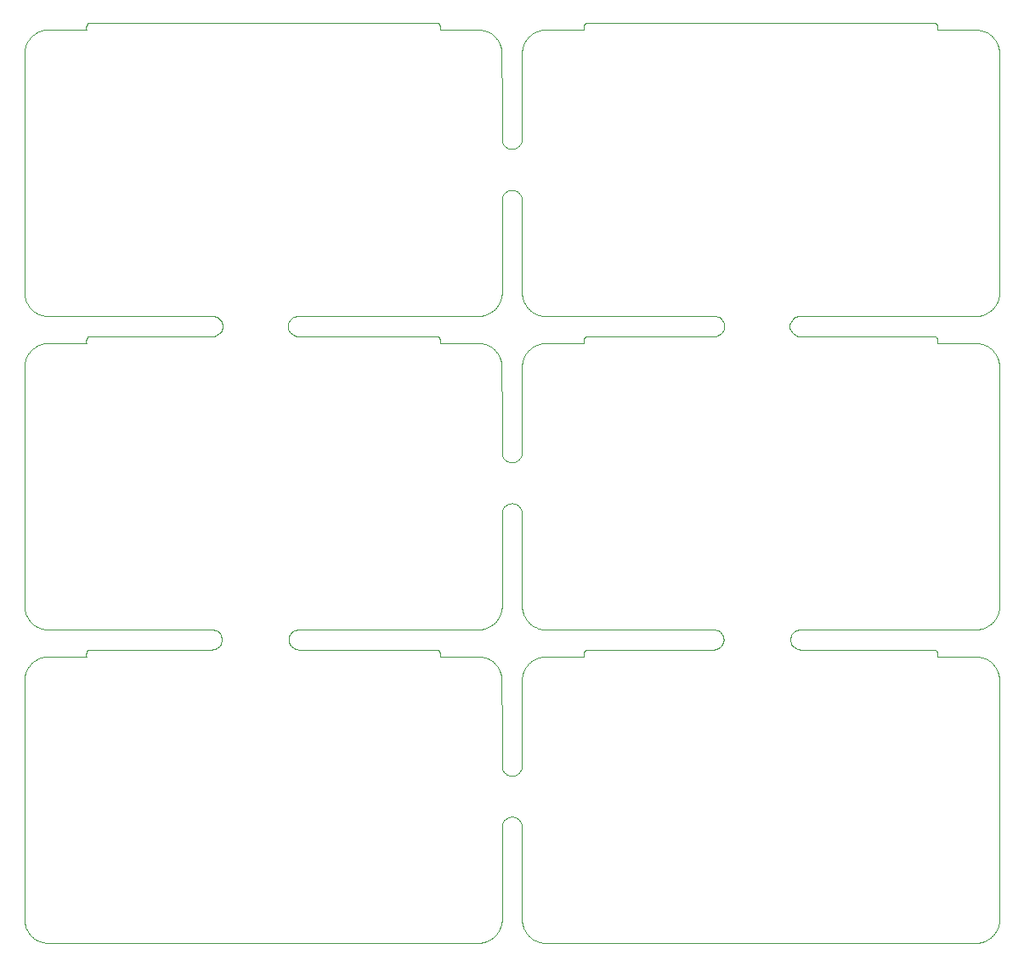
<source format=gko>
%MOIN*%
%OFA0B0*%
%FSLAX44Y44*%
%IPPOS*%
%LPD*%
%ADD10C,0*%
D10*
X00018728Y00020591D02*
X00018728Y00020591D01*
X00018726Y00022706D01*
X00018724Y00022715D01*
X00018721Y00022723D01*
X00018719Y00022731D01*
X00018717Y00022739D01*
X00018715Y00022747D01*
X00018713Y00022755D01*
X00018711Y00022764D01*
X00018709Y00022772D01*
X00018707Y00022780D01*
X00018703Y00022796D01*
X00018701Y00022805D01*
X00018699Y00022813D01*
X00018697Y00022821D01*
X00018695Y00022829D01*
X00018693Y00022837D01*
X00018691Y00022845D01*
X00018689Y00022854D01*
X00018687Y00022862D01*
X00018684Y00022870D01*
X00018682Y00022878D01*
X00018679Y00022886D01*
X00018677Y00022894D01*
X00018674Y00022902D01*
X00018672Y00022910D01*
X00018669Y00022917D01*
X00018666Y00022925D01*
X00018663Y00022933D01*
X00018660Y00022941D01*
X00018657Y00022948D01*
X00018654Y00022956D01*
X00018651Y00022964D01*
X00018635Y00022998D01*
X00018618Y00023031D01*
X00018600Y00023062D01*
X00018582Y00023093D01*
X00018563Y00023123D01*
X00018544Y00023152D01*
X00018523Y00023180D01*
X00018502Y00023207D01*
X00018480Y00023233D01*
X00018458Y00023257D01*
X00018435Y00023281D01*
X00018411Y00023304D01*
X00018386Y00023325D01*
X00018361Y00023346D01*
X00018335Y00023365D01*
X00018309Y00023384D01*
X00018281Y00023401D01*
X00018253Y00023417D01*
X00018225Y00023432D01*
X00018195Y00023447D01*
X00018165Y00023460D01*
X00018134Y00023472D01*
X00018103Y00023483D01*
X00018071Y00023492D01*
X00018038Y00023501D01*
X00018005Y00023509D01*
X00017970Y00023515D01*
X00017936Y00023521D01*
X00017900Y00023525D01*
X00017864Y00023529D01*
X00017827Y00023531D01*
X00017790Y00023532D01*
X00017743Y00023532D01*
X00017650Y00023532D01*
X00017604Y00023532D01*
X00017557Y00023532D01*
X00017510Y00023532D01*
X00017464Y00023532D01*
X00017371Y00023532D01*
X00017324Y00023532D01*
X00017278Y00023532D01*
X00017231Y00023532D01*
X00017184Y00023532D01*
X00017045Y00023532D01*
X00016998Y00023532D01*
X00016952Y00023532D01*
X00016905Y00023532D01*
X00016858Y00023532D01*
X00016765Y00023532D01*
X00016719Y00023532D01*
X00016672Y00023532D01*
X00016626Y00023532D01*
X00016579Y00023532D01*
X00016439Y00023532D01*
X00016393Y00023532D01*
X00016346Y00023532D01*
X00016300Y00023532D01*
X00016300Y00023533D01*
X00016300Y00023534D01*
X00016300Y00023535D01*
X00016301Y00023535D01*
X00016301Y00023536D01*
X00016301Y00023536D01*
X00016301Y00023537D01*
X00016301Y00023538D01*
X00016301Y00023538D01*
X00016301Y00023539D01*
X00016302Y00023539D01*
X00016302Y00023540D01*
X00016302Y00023540D01*
X00016302Y00023541D01*
X00016302Y00023542D01*
X00016302Y00023543D01*
X00016302Y00023543D01*
X00016303Y00023544D01*
X00016303Y00023544D01*
X00016303Y00023545D01*
X00016303Y00023546D01*
X00016303Y00023546D01*
X00016303Y00023547D01*
X00016303Y00023547D01*
X00016303Y00023548D01*
X00016304Y00023548D01*
X00016304Y00023549D01*
X00016304Y00023550D01*
X00016304Y00023551D01*
X00016304Y00023551D01*
X00016304Y00023552D01*
X00016304Y00023552D01*
X00016304Y00023553D01*
X00016304Y00023553D01*
X00016304Y00023554D01*
X00016305Y00023555D01*
X00016305Y00023555D01*
X00016305Y00023556D01*
X00016305Y00023556D01*
X00016305Y00023557D01*
X00016305Y00023557D01*
X00016305Y00023558D01*
X00016305Y00023558D01*
X00016305Y00023559D01*
X00016305Y00023559D01*
X00016305Y00023560D01*
X00016305Y00023560D01*
X00016306Y00023560D01*
X00016306Y00023561D01*
X00016306Y00023561D01*
X00016306Y00023562D01*
X00016306Y00023562D01*
X00016306Y00023563D01*
X00016306Y00023564D01*
X00016306Y00023564D01*
X00016306Y00023565D01*
X00016306Y00023565D01*
X00016306Y00023566D01*
X00016306Y00023566D01*
X00016307Y00023567D01*
X00016307Y00023568D01*
X00016307Y00023568D01*
X00016307Y00023569D01*
X00016307Y00023569D01*
X00016307Y00023570D01*
X00016307Y00023570D01*
X00016307Y00023571D01*
X00016307Y00023572D01*
X00016308Y00023572D01*
X00016308Y00023573D01*
X00016308Y00023574D01*
X00016308Y00023574D01*
X00016308Y00023575D01*
X00016308Y00023575D01*
X00016308Y00023576D01*
X00016308Y00023577D01*
X00016308Y00023578D01*
X00016308Y00023579D01*
X00016308Y00023579D01*
X00016308Y00023580D01*
X00016308Y00023580D01*
X00016308Y00023581D01*
X00016308Y00023582D01*
X00016308Y00023582D01*
X00016308Y00023583D01*
X00016308Y00023584D01*
X00016309Y00023585D01*
X00016309Y00023586D01*
X00016309Y00023587D01*
X00016309Y00023587D01*
X00016309Y00023588D01*
X00016309Y00023589D01*
X00016309Y00023589D01*
X00016309Y00023590D01*
X00016309Y00023591D01*
X00016309Y00023592D01*
X00016309Y00023593D01*
X00016309Y00023595D01*
X00016309Y00023595D01*
X00016309Y00023596D01*
X00016309Y00023597D01*
X00016309Y00023597D01*
X00016309Y00023598D01*
X00016309Y00023599D01*
X00016309Y00023600D01*
X00016309Y00023602D01*
X00016309Y00023602D01*
X00016309Y00023605D01*
X00016309Y00023612D01*
X00016309Y00023619D01*
X00016309Y00023625D01*
X00016308Y00023632D01*
X00016307Y00023639D01*
X00016306Y00023645D01*
X00016305Y00023652D01*
X00016304Y00023658D01*
X00016302Y00023665D01*
X00016301Y00023671D01*
X00016299Y00023678D01*
X00016297Y00023684D01*
X00016295Y00023691D01*
X00016292Y00023697D01*
X00016290Y00023703D01*
X00016287Y00023710D01*
X00016284Y00023716D01*
X00016281Y00023722D01*
X00016278Y00023728D01*
X00016274Y00023735D01*
X00016271Y00023741D01*
X00016267Y00023747D01*
X00016263Y00023753D01*
X00016259Y00023759D01*
X00016254Y00023765D01*
X00016250Y00023771D01*
X00016245Y00023777D01*
X00016240Y00023783D01*
X00016235Y00023789D01*
X00016230Y00023795D01*
X00016224Y00023801D01*
X00016218Y00023807D01*
X00010814Y00023807D01*
X00010814Y00023807D01*
X00010814Y00023807D01*
X00010814Y00023807D01*
X00010814Y00023807D01*
X00010814Y00023807D01*
X00010814Y00023807D01*
X00010814Y00023807D01*
X00010814Y00023807D01*
X00010814Y00023807D01*
X00010814Y00023807D01*
X00010814Y00023807D01*
X00010814Y00023807D01*
X00010814Y00023807D01*
X00010814Y00023807D01*
X00010814Y00023807D01*
X00010814Y00023807D01*
X00010814Y00023807D01*
X00010814Y00023807D01*
X00010814Y00023807D01*
X00010814Y00023807D01*
X00010729Y00023807D01*
X00010667Y00023812D01*
X00010607Y00023826D01*
X00010550Y00023850D01*
X00010498Y00023882D01*
X00010451Y00023922D01*
X00010411Y00023969D01*
X00010378Y00024022D01*
X00010355Y00024079D01*
X00010340Y00024139D01*
X00010335Y00024200D01*
X00010340Y00024262D01*
X00010355Y00024322D01*
X00010378Y00024379D01*
X00010411Y00024432D01*
X00010451Y00024479D01*
X00010498Y00024519D01*
X00010550Y00024551D01*
X00010607Y00024575D01*
X00010667Y00024589D01*
X00010729Y00024594D01*
X00017892Y00024594D01*
X00017898Y00024596D01*
X00017904Y00024597D01*
X00017910Y00024598D01*
X00017916Y00024600D01*
X00017923Y00024601D01*
X00017929Y00024603D01*
X00017935Y00024604D01*
X00017941Y00024605D01*
X00017947Y00024607D01*
X00017954Y00024608D01*
X00017960Y00024609D01*
X00017966Y00024611D01*
X00017972Y00024612D01*
X00017979Y00024613D01*
X00017985Y00024615D01*
X00017991Y00024616D01*
X00017997Y00024618D01*
X00018003Y00024619D01*
X00018010Y00024620D01*
X00018016Y00024622D01*
X00018022Y00024623D01*
X00018028Y00024625D01*
X00018034Y00024627D01*
X00018040Y00024628D01*
X00018047Y00024630D01*
X00018053Y00024632D01*
X00018059Y00024634D01*
X00018065Y00024635D01*
X00018071Y00024637D01*
X00018077Y00024639D01*
X00018083Y00024641D01*
X00018089Y00024644D01*
X00018122Y00024656D01*
X00018154Y00024670D01*
X00018185Y00024684D01*
X00018216Y00024699D01*
X00018245Y00024715D01*
X00018274Y00024731D01*
X00018302Y00024748D01*
X00018329Y00024766D01*
X00018356Y00024784D01*
X00018381Y00024803D01*
X00018406Y00024823D01*
X00018429Y00024844D01*
X00018452Y00024865D01*
X00018474Y00024887D01*
X00018495Y00024910D01*
X00018515Y00024933D01*
X00018535Y00024958D01*
X00018553Y00024983D01*
X00018571Y00025008D01*
X00018587Y00025035D01*
X00018603Y00025062D01*
X00018618Y00025089D01*
X00018632Y00025118D01*
X00018645Y00025147D01*
X00018657Y00025177D01*
X00018669Y00025208D01*
X00018679Y00025240D01*
X00018689Y00025272D01*
X00018698Y00025305D01*
X00018705Y00025338D01*
X00018712Y00025373D01*
X00018718Y00025408D01*
X00018718Y00025409D01*
X00018719Y00025409D01*
X00018719Y00025410D01*
X00018719Y00025411D01*
X00018719Y00025412D01*
X00018719Y00025412D01*
X00018720Y00025413D01*
X00018720Y00025414D01*
X00018720Y00025414D01*
X00018720Y00025415D01*
X00018721Y00025416D01*
X00018721Y00025417D01*
X00018721Y00025417D01*
X00018722Y00025418D01*
X00018722Y00025419D01*
X00018722Y00025419D01*
X00018723Y00025420D01*
X00018723Y00025421D01*
X00018723Y00025421D01*
X00018724Y00025422D01*
X00018724Y00025423D01*
X00018725Y00025424D01*
X00018725Y00025425D01*
X00018726Y00025426D01*
X00018726Y00025426D01*
X00018726Y00025427D01*
X00018727Y00025428D01*
X00018727Y00025428D01*
X00018727Y00025429D01*
X00018728Y00025430D01*
X00018728Y00025430D01*
X00018728Y00029152D01*
X00018729Y00029184D01*
X00018733Y00029215D01*
X00018739Y00029246D01*
X00018748Y00029276D01*
X00018759Y00029306D01*
X00018773Y00029334D01*
X00018788Y00029362D01*
X00018806Y00029388D01*
X00018826Y00029412D01*
X00018848Y00029435D01*
X00018871Y00029456D01*
X00018896Y00029475D01*
X00018923Y00029492D01*
X00018951Y00029507D01*
X00018980Y00029519D01*
X00019009Y00029530D01*
X00019040Y00029537D01*
X00019071Y00029543D01*
X00019102Y00029546D01*
X00019134Y00029546D01*
X00019134Y00029546D01*
X00019164Y00029544D01*
X00019194Y00029539D01*
X00019224Y00029533D01*
X00019253Y00029524D01*
X00019281Y00029512D01*
X00019308Y00029499D01*
X00019334Y00029484D01*
X00019359Y00029467D01*
X00019383Y00029447D01*
X00019404Y00029426D01*
X00019425Y00029404D01*
X00019443Y00029380D01*
X00019460Y00029354D01*
X00019474Y00029328D01*
X00019487Y00029300D01*
X00019497Y00029272D01*
X00019505Y00029242D01*
X00019511Y00029213D01*
X00019514Y00029183D01*
X00019516Y00029152D01*
X00019516Y00025430D01*
X00019517Y00025424D01*
X00019518Y00025418D01*
X00019520Y00025412D01*
X00019521Y00025406D01*
X00019523Y00025400D01*
X00019524Y00025394D01*
X00019525Y00025388D01*
X00019527Y00025382D01*
X00019528Y00025376D01*
X00019529Y00025370D01*
X00019531Y00025364D01*
X00019532Y00025358D01*
X00019533Y00025352D01*
X00019535Y00025346D01*
X00019536Y00025340D01*
X00019537Y00025334D01*
X00019539Y00025328D01*
X00019540Y00025322D01*
X00019542Y00025316D01*
X00019543Y00025310D01*
X00019545Y00025304D01*
X00019546Y00025298D01*
X00019548Y00025292D01*
X00019549Y00025286D01*
X00019551Y00025280D01*
X00019553Y00025274D01*
X00019554Y00025268D01*
X00019556Y00025263D01*
X00019558Y00025257D01*
X00019560Y00025251D01*
X00019562Y00025245D01*
X00019564Y00025239D01*
X00019576Y00025206D01*
X00019589Y00025174D01*
X00019603Y00025142D01*
X00019618Y00025111D01*
X00019633Y00025081D01*
X00019649Y00025052D01*
X00019666Y00025024D01*
X00019684Y00024997D01*
X00019702Y00024971D01*
X00019721Y00024945D01*
X00019741Y00024920D01*
X00019761Y00024897D01*
X00019782Y00024874D01*
X00019804Y00024852D01*
X00019827Y00024831D01*
X00019850Y00024810D01*
X00019874Y00024791D01*
X00019899Y00024772D01*
X00019925Y00024755D01*
X00019951Y00024738D01*
X00019978Y00024722D01*
X00020006Y00024707D01*
X00020034Y00024693D01*
X00020064Y00024679D01*
X00020094Y00024667D01*
X00020124Y00024655D01*
X00020156Y00024645D01*
X00020188Y00024635D01*
X00020221Y00024626D01*
X00020254Y00024618D01*
X00020289Y00024611D01*
X00020324Y00024604D01*
X00020325Y00024604D01*
X00020326Y00024604D01*
X00020327Y00024604D01*
X00020327Y00024604D01*
X00020328Y00024603D01*
X00020329Y00024603D01*
X00020330Y00024603D01*
X00020331Y00024603D01*
X00020332Y00024602D01*
X00020333Y00024602D01*
X00020334Y00024602D01*
X00020335Y00024601D01*
X00020335Y00024601D01*
X00020336Y00024601D01*
X00020337Y00024600D01*
X00020338Y00024600D01*
X00020339Y00024600D01*
X00020340Y00024599D01*
X00020341Y00024599D01*
X00020342Y00024599D01*
X00020342Y00024598D01*
X00020343Y00024598D01*
X00020344Y00024597D01*
X00020345Y00024597D01*
X00020347Y00024596D01*
X00020348Y00024596D01*
X00020348Y00024596D01*
X00020349Y00024595D01*
X00020350Y00024595D01*
X00020351Y00024594D01*
X00020352Y00024594D01*
X00027065Y00024594D01*
X00027127Y00024589D01*
X00027187Y00024575D01*
X00027244Y00024551D01*
X00027297Y00024519D01*
X00027344Y00024479D01*
X00027384Y00024432D01*
X00027416Y00024379D01*
X00027440Y00024322D01*
X00027454Y00024262D01*
X00027459Y00024200D01*
X00027454Y00024139D01*
X00027440Y00024079D01*
X00027416Y00024022D01*
X00027384Y00023969D01*
X00027344Y00023922D01*
X00027297Y00023882D01*
X00027244Y00023850D01*
X00027187Y00023826D01*
X00027127Y00023812D01*
X00027065Y00023807D01*
X00026980Y00023807D01*
X00026980Y00023807D01*
X00026980Y00023807D01*
X00026980Y00023807D01*
X00026980Y00023807D01*
X00026980Y00023807D01*
X00026980Y00023807D01*
X00026980Y00023807D01*
X00026980Y00023807D01*
X00026980Y00023807D01*
X00026980Y00023807D01*
X00026980Y00023807D01*
X00026980Y00023807D01*
X00026980Y00023807D01*
X00026980Y00023807D01*
X00026980Y00023807D01*
X00026980Y00023807D01*
X00026980Y00023807D01*
X00026980Y00023807D01*
X00026980Y00023807D01*
X00026980Y00023807D01*
X00022025Y00023807D01*
X00022024Y00023805D01*
X00022022Y00023804D01*
X00022021Y00023802D01*
X00022020Y00023801D01*
X00022018Y00023799D01*
X00022017Y00023798D01*
X00022016Y00023796D01*
X00022014Y00023795D01*
X00022013Y00023793D01*
X00022011Y00023792D01*
X00022010Y00023790D01*
X00022009Y00023789D01*
X00022008Y00023787D01*
X00022006Y00023786D01*
X00022005Y00023784D01*
X00022004Y00023783D01*
X00022002Y00023781D01*
X00022001Y00023780D01*
X00022000Y00023778D01*
X00021999Y00023777D01*
X00021998Y00023775D01*
X00021996Y00023774D01*
X00021995Y00023772D01*
X00021994Y00023771D01*
X00021993Y00023769D01*
X00021992Y00023768D01*
X00021991Y00023766D01*
X00021989Y00023765D01*
X00021988Y00023764D01*
X00021987Y00023762D01*
X00021986Y00023761D01*
X00021985Y00023759D01*
X00021984Y00023758D01*
X00021982Y00023755D01*
X00021982Y00023754D01*
X00021981Y00023753D01*
X00021980Y00023751D01*
X00021979Y00023750D01*
X00021978Y00023749D01*
X00021977Y00023748D01*
X00021977Y00023746D01*
X00021976Y00023745D01*
X00021975Y00023744D01*
X00021974Y00023742D01*
X00021973Y00023741D01*
X00021973Y00023740D01*
X00021972Y00023739D01*
X00021971Y00023737D01*
X00021970Y00023736D01*
X00021970Y00023735D01*
X00021969Y00023733D01*
X00021968Y00023732D01*
X00021968Y00023731D01*
X00021967Y00023729D01*
X00021966Y00023728D01*
X00021965Y00023727D01*
X00021965Y00023725D01*
X00021964Y00023724D01*
X00021964Y00023723D01*
X00021963Y00023721D01*
X00021962Y00023720D01*
X00021962Y00023719D01*
X00021961Y00023718D01*
X00021960Y00023716D01*
X00021960Y00023715D01*
X00021959Y00023714D01*
X00021959Y00023712D01*
X00021958Y00023711D01*
X00021957Y00023710D01*
X00021957Y00023709D01*
X00021956Y00023707D01*
X00021956Y00023706D01*
X00021955Y00023705D01*
X00021955Y00023704D01*
X00021954Y00023702D01*
X00021954Y00023701D01*
X00021953Y00023700D01*
X00021953Y00023699D01*
X00021952Y00023697D01*
X00021952Y00023696D01*
X00021951Y00023695D01*
X00021951Y00023694D01*
X00021950Y00023692D01*
X00021950Y00023691D01*
X00021949Y00023690D01*
X00021949Y00023689D01*
X00021948Y00023687D01*
X00021948Y00023686D01*
X00021947Y00023685D01*
X00021947Y00023683D01*
X00021947Y00023682D01*
X00021946Y00023681D01*
X00021946Y00023680D01*
X00021946Y00023678D01*
X00021945Y00023677D01*
X00021944Y00023673D01*
X00021943Y00023669D01*
X00021942Y00023664D01*
X00021941Y00023660D01*
X00021940Y00023656D01*
X00021939Y00023651D01*
X00021938Y00023647D01*
X00021937Y00023642D01*
X00021937Y00023638D01*
X00021936Y00023634D01*
X00021936Y00023629D01*
X00021935Y00023625D01*
X00021935Y00023620D01*
X00021935Y00023616D01*
X00021935Y00023611D01*
X00021934Y00023607D01*
X00021934Y00023602D01*
X00021935Y00023598D01*
X00021935Y00023593D01*
X00021935Y00023589D01*
X00021935Y00023584D01*
X00021936Y00023580D01*
X00021936Y00023575D01*
X00021937Y00023570D01*
X00021937Y00023566D01*
X00021938Y00023561D01*
X00021939Y00023557D01*
X00021939Y00023552D01*
X00021940Y00023547D01*
X00021941Y00023543D01*
X00021942Y00023538D01*
X00021943Y00023534D01*
X00020460Y00023534D01*
X00020422Y00023533D01*
X00020385Y00023531D01*
X00020348Y00023527D01*
X00020312Y00023522D01*
X00020276Y00023516D01*
X00020241Y00023509D01*
X00020206Y00023500D01*
X00020171Y00023490D01*
X00020137Y00023479D01*
X00020104Y00023467D01*
X00020071Y00023453D01*
X00020039Y00023438D01*
X00020008Y00023422D01*
X00019977Y00023405D01*
X00019947Y00023387D01*
X00019918Y00023367D01*
X00019889Y00023347D01*
X00019862Y00023325D01*
X00019835Y00023302D01*
X00019809Y00023279D01*
X00019784Y00023254D01*
X00019759Y00023228D01*
X00019736Y00023201D01*
X00019714Y00023173D01*
X00019692Y00023145D01*
X00019672Y00023115D01*
X00019653Y00023085D01*
X00019635Y00023053D01*
X00019617Y00023021D01*
X00019601Y00022987D01*
X00019587Y00022953D01*
X00019573Y00022918D01*
X00019571Y00022912D01*
X00019568Y00022906D01*
X00019566Y00022899D01*
X00019564Y00022893D01*
X00019562Y00022886D01*
X00019560Y00022880D01*
X00019558Y00022873D01*
X00019556Y00022866D01*
X00019554Y00022860D01*
X00019553Y00022853D01*
X00019551Y00022847D01*
X00019549Y00022840D01*
X00019547Y00022833D01*
X00019546Y00022827D01*
X00019544Y00022820D01*
X00019543Y00022813D01*
X00019541Y00022807D01*
X00019539Y00022800D01*
X00019538Y00022793D01*
X00019536Y00022787D01*
X00019535Y00022780D01*
X00019533Y00022773D01*
X00019532Y00022767D01*
X00019530Y00022760D01*
X00019529Y00022753D01*
X00019527Y00022747D01*
X00019526Y00022740D01*
X00019524Y00022733D01*
X00019523Y00022727D01*
X00019516Y00020590D01*
X00019516Y00019248D01*
X00019514Y00019218D01*
X00019511Y00019188D01*
X00019505Y00019158D01*
X00019497Y00019129D01*
X00019487Y00019101D01*
X00019474Y00019073D01*
X00019460Y00019046D01*
X00019443Y00019021D01*
X00019425Y00018997D01*
X00019404Y00018974D01*
X00019383Y00018953D01*
X00019359Y00018934D01*
X00019334Y00018917D01*
X00019308Y00018902D01*
X00019281Y00018888D01*
X00019253Y00018877D01*
X00019224Y00018868D01*
X00019194Y00018861D01*
X00019164Y00018857D01*
X00019134Y00018855D01*
X00019134Y00018855D01*
X00019102Y00018855D01*
X00019071Y00018858D01*
X00019040Y00018863D01*
X00019009Y00018871D01*
X00018980Y00018881D01*
X00018951Y00018894D01*
X00018923Y00018909D01*
X00018896Y00018926D01*
X00018871Y00018945D01*
X00018848Y00018966D01*
X00018826Y00018989D01*
X00018806Y00019013D01*
X00018788Y00019039D01*
X00018773Y00019067D01*
X00018759Y00019095D01*
X00018748Y00019125D01*
X00018739Y00019155D01*
X00018733Y00019186D01*
X00018729Y00019217D01*
X00018728Y00019248D01*
X00018728Y00020591D01*
X00018728Y00008294D02*
X00018728Y00008294D01*
X00018726Y00010409D01*
X00018724Y00010417D01*
X00018721Y00010425D01*
X00018719Y00010434D01*
X00018717Y00010442D01*
X00018715Y00010450D01*
X00018713Y00010458D01*
X00018711Y00010466D01*
X00018709Y00010475D01*
X00018707Y00010483D01*
X00018703Y00010499D01*
X00018701Y00010507D01*
X00018699Y00010516D01*
X00018697Y00010524D01*
X00018695Y00010532D01*
X00018693Y00010540D01*
X00018691Y00010548D01*
X00018689Y00010556D01*
X00018687Y00010564D01*
X00018684Y00010572D01*
X00018682Y00010581D01*
X00018679Y00010589D01*
X00018677Y00010596D01*
X00018674Y00010604D01*
X00018672Y00010612D01*
X00018669Y00010620D01*
X00018666Y00010628D01*
X00018663Y00010636D01*
X00018660Y00010643D01*
X00018657Y00010651D01*
X00018654Y00010659D01*
X00018651Y00010666D01*
X00018635Y00010700D01*
X00018618Y00010733D01*
X00018600Y00010765D01*
X00018582Y00010796D01*
X00018563Y00010826D01*
X00018544Y00010855D01*
X00018523Y00010883D01*
X00018502Y00010909D01*
X00018480Y00010935D01*
X00018458Y00010960D01*
X00018435Y00010984D01*
X00018411Y00011006D01*
X00018386Y00011028D01*
X00018361Y00011048D01*
X00018335Y00011068D01*
X00018309Y00011086D01*
X00018281Y00011104D01*
X00018253Y00011120D01*
X00018225Y00011135D01*
X00018195Y00011149D01*
X00018165Y00011162D01*
X00018134Y00011174D01*
X00018103Y00011185D01*
X00018071Y00011195D01*
X00018038Y00011204D01*
X00018005Y00011212D01*
X00017970Y00011218D01*
X00017936Y00011224D01*
X00017900Y00011228D01*
X00017864Y00011231D01*
X00017827Y00011233D01*
X00017790Y00011234D01*
X00017743Y00011234D01*
X00017650Y00011235D01*
X00017604Y00011235D01*
X00017557Y00011235D01*
X00017510Y00011235D01*
X00017464Y00011235D01*
X00017371Y00011235D01*
X00017324Y00011235D01*
X00017278Y00011235D01*
X00017231Y00011235D01*
X00017184Y00011235D01*
X00017045Y00011235D01*
X00016998Y00011235D01*
X00016952Y00011235D01*
X00016905Y00011235D01*
X00016858Y00011235D01*
X00016765Y00011235D01*
X00016719Y00011235D01*
X00016672Y00011235D01*
X00016626Y00011235D01*
X00016579Y00011235D01*
X00016439Y00011235D01*
X00016393Y00011235D01*
X00016346Y00011235D01*
X00016300Y00011235D01*
X00016300Y00011236D01*
X00016300Y00011236D01*
X00016300Y00011237D01*
X00016301Y00011238D01*
X00016301Y00011239D01*
X00016301Y00011239D01*
X00016301Y00011240D01*
X00016301Y00011240D01*
X00016301Y00011241D01*
X00016301Y00011241D01*
X00016302Y00011242D01*
X00016302Y00011243D01*
X00016302Y00011243D01*
X00016302Y00011244D01*
X00016302Y00011245D01*
X00016302Y00011245D01*
X00016302Y00011246D01*
X00016303Y00011247D01*
X00016303Y00011247D01*
X00016303Y00011248D01*
X00016303Y00011248D01*
X00016303Y00011249D01*
X00016303Y00011249D01*
X00016303Y00011250D01*
X00016303Y00011251D01*
X00016304Y00011251D01*
X00016304Y00011252D01*
X00016304Y00011252D01*
X00016304Y00011253D01*
X00016304Y00011254D01*
X00016304Y00011254D01*
X00016304Y00011255D01*
X00016304Y00011255D01*
X00016304Y00011256D01*
X00016304Y00011257D01*
X00016305Y00011257D01*
X00016305Y00011258D01*
X00016305Y00011258D01*
X00016305Y00011259D01*
X00016305Y00011259D01*
X00016305Y00011260D01*
X00016305Y00011260D01*
X00016305Y00011261D01*
X00016305Y00011261D01*
X00016305Y00011262D01*
X00016305Y00011262D01*
X00016305Y00011263D01*
X00016306Y00011263D01*
X00016306Y00011264D01*
X00016306Y00011264D01*
X00016306Y00011265D01*
X00016306Y00011265D01*
X00016306Y00011265D01*
X00016306Y00011266D01*
X00016306Y00011267D01*
X00016306Y00011267D01*
X00016306Y00011268D01*
X00016306Y00011268D01*
X00016306Y00011269D01*
X00016307Y00011269D01*
X00016307Y00011270D01*
X00016307Y00011271D01*
X00016307Y00011271D01*
X00016307Y00011272D01*
X00016307Y00011272D01*
X00016307Y00011273D01*
X00016307Y00011273D01*
X00016307Y00011274D01*
X00016308Y00011275D01*
X00016308Y00011276D01*
X00016308Y00011276D01*
X00016308Y00011277D01*
X00016308Y00011277D01*
X00016308Y00011278D01*
X00016308Y00011279D01*
X00016308Y00011280D01*
X00016308Y00011281D01*
X00016308Y00011282D01*
X00016308Y00011282D01*
X00016308Y00011283D01*
X00016308Y00011283D01*
X00016308Y00011284D01*
X00016308Y00011285D01*
X00016308Y00011285D01*
X00016308Y00011286D01*
X00016308Y00011287D01*
X00016309Y00011288D01*
X00016309Y00011289D01*
X00016309Y00011289D01*
X00016309Y00011290D01*
X00016309Y00011291D01*
X00016309Y00011291D01*
X00016309Y00011292D01*
X00016309Y00011293D01*
X00016309Y00011294D01*
X00016309Y00011295D01*
X00016309Y00011296D01*
X00016309Y00011297D01*
X00016309Y00011298D01*
X00016309Y00011299D01*
X00016309Y00011299D01*
X00016309Y00011300D01*
X00016309Y00011301D01*
X00016309Y00011301D01*
X00016309Y00011303D01*
X00016309Y00011304D01*
X00016309Y00011305D01*
X00016309Y00011308D01*
X00016309Y00011315D01*
X00016309Y00011321D01*
X00016309Y00011328D01*
X00016308Y00011335D01*
X00016307Y00011341D01*
X00016306Y00011348D01*
X00016305Y00011354D01*
X00016304Y00011361D01*
X00016302Y00011367D01*
X00016301Y00011374D01*
X00016299Y00011380D01*
X00016297Y00011387D01*
X00016295Y00011393D01*
X00016292Y00011400D01*
X00016290Y00011406D01*
X00016287Y00011412D01*
X00016284Y00011419D01*
X00016281Y00011425D01*
X00016278Y00011431D01*
X00016274Y00011437D01*
X00016271Y00011443D01*
X00016267Y00011450D01*
X00016263Y00011456D01*
X00016259Y00011462D01*
X00016254Y00011468D01*
X00016250Y00011474D01*
X00016245Y00011480D01*
X00016240Y00011486D01*
X00016235Y00011492D01*
X00016230Y00011498D01*
X00016224Y00011504D01*
X00016218Y00011509D01*
X00010800Y00011509D01*
X00010800Y00011509D01*
X00010800Y00011509D01*
X00010800Y00011509D01*
X00010800Y00011509D01*
X00010800Y00011509D01*
X00010800Y00011509D01*
X00010800Y00011509D01*
X00010800Y00011509D01*
X00010800Y00011509D01*
X00010800Y00011509D01*
X00010800Y00011509D01*
X00010800Y00011509D01*
X00010800Y00011509D01*
X00010800Y00011509D01*
X00010800Y00011509D01*
X00010800Y00011509D01*
X00010800Y00011509D01*
X00010800Y00011509D01*
X00010800Y00011509D01*
X00010800Y00011509D01*
X00010758Y00011509D01*
X00010697Y00011514D01*
X00010637Y00011529D01*
X00010579Y00011552D01*
X00010527Y00011585D01*
X00010480Y00011625D01*
X00010440Y00011672D01*
X00010407Y00011724D01*
X00010384Y00011781D01*
X00010369Y00011842D01*
X00010365Y00011903D01*
X00010369Y00011965D01*
X00010384Y00012025D01*
X00010407Y00012082D01*
X00010440Y00012135D01*
X00010480Y00012181D01*
X00010527Y00012222D01*
X00010579Y00012254D01*
X00010637Y00012278D01*
X00010697Y00012292D01*
X00010758Y00012297D01*
X00017892Y00012297D01*
X00017898Y00012298D01*
X00017904Y00012300D01*
X00017910Y00012301D01*
X00017916Y00012303D01*
X00017923Y00012304D01*
X00017929Y00012305D01*
X00017935Y00012307D01*
X00017941Y00012308D01*
X00017947Y00012309D01*
X00017954Y00012311D01*
X00017960Y00012312D01*
X00017966Y00012313D01*
X00017972Y00012315D01*
X00017979Y00012316D01*
X00017985Y00012317D01*
X00017991Y00012319D01*
X00017997Y00012320D01*
X00018003Y00012322D01*
X00018010Y00012323D01*
X00018016Y00012325D01*
X00018022Y00012326D01*
X00018028Y00012328D01*
X00018034Y00012329D01*
X00018040Y00012331D01*
X00018047Y00012333D01*
X00018053Y00012334D01*
X00018059Y00012336D01*
X00018065Y00012338D01*
X00018071Y00012340D01*
X00018077Y00012342D01*
X00018083Y00012344D01*
X00018089Y00012346D01*
X00018122Y00012359D01*
X00018154Y00012373D01*
X00018185Y00012387D01*
X00018216Y00012402D01*
X00018245Y00012417D01*
X00018274Y00012434D01*
X00018302Y00012451D01*
X00018329Y00012468D01*
X00018356Y00012487D01*
X00018381Y00012506D01*
X00018406Y00012526D01*
X00018429Y00012546D01*
X00018452Y00012568D01*
X00018474Y00012590D01*
X00018495Y00012613D01*
X00018515Y00012636D01*
X00018535Y00012660D01*
X00018553Y00012685D01*
X00018571Y00012711D01*
X00018587Y00012737D01*
X00018603Y00012764D01*
X00018618Y00012792D01*
X00018632Y00012821D01*
X00018645Y00012850D01*
X00018657Y00012880D01*
X00018669Y00012911D01*
X00018679Y00012942D01*
X00018689Y00012974D01*
X00018698Y00013007D01*
X00018705Y00013041D01*
X00018712Y00013075D01*
X00018718Y00013111D01*
X00018718Y00013111D01*
X00018719Y00013112D01*
X00018719Y00013113D01*
X00018719Y00013114D01*
X00018719Y00013114D01*
X00018719Y00013115D01*
X00018720Y00013116D01*
X00018720Y00013116D01*
X00018720Y00013117D01*
X00018720Y00013118D01*
X00018721Y00013119D01*
X00018721Y00013119D01*
X00018721Y00013120D01*
X00018722Y00013121D01*
X00018722Y00013121D01*
X00018722Y00013122D01*
X00018723Y00013123D01*
X00018723Y00013123D01*
X00018723Y00013124D01*
X00018724Y00013125D01*
X00018724Y00013126D01*
X00018725Y00013127D01*
X00018725Y00013128D01*
X00018726Y00013128D01*
X00018726Y00013129D01*
X00018726Y00013130D01*
X00018727Y00013130D01*
X00018727Y00013131D01*
X00018727Y00013132D01*
X00018728Y00013132D01*
X00018728Y00013133D01*
X00018728Y00016855D01*
X00018729Y00016886D01*
X00018733Y00016918D01*
X00018739Y00016949D01*
X00018748Y00016979D01*
X00018759Y00017008D01*
X00018773Y00017037D01*
X00018788Y00017064D01*
X00018806Y00017090D01*
X00018826Y00017115D01*
X00018848Y00017138D01*
X00018871Y00017159D01*
X00018896Y00017178D01*
X00018923Y00017195D01*
X00018951Y00017210D01*
X00018980Y00017222D01*
X00019009Y00017232D01*
X00019040Y00017240D01*
X00019071Y00017245D01*
X00019102Y00017248D01*
X00019134Y00017249D01*
X00019134Y00017249D01*
X00019164Y00017246D01*
X00019194Y00017242D01*
X00019224Y00017235D01*
X00019253Y00017226D01*
X00019281Y00017215D01*
X00019308Y00017202D01*
X00019334Y00017187D01*
X00019359Y00017169D01*
X00019383Y00017150D01*
X00019404Y00017129D01*
X00019425Y00017107D01*
X00019443Y00017083D01*
X00019460Y00017057D01*
X00019474Y00017031D01*
X00019487Y00017003D01*
X00019497Y00016974D01*
X00019505Y00016945D01*
X00019511Y00016915D01*
X00019514Y00016885D01*
X00019516Y00016855D01*
X00019516Y00013133D01*
X00019517Y00013127D01*
X00019518Y00013121D01*
X00019520Y00013115D01*
X00019521Y00013109D01*
X00019523Y00013103D01*
X00019524Y00013097D01*
X00019525Y00013091D01*
X00019527Y00013085D01*
X00019528Y00013079D01*
X00019529Y00013073D01*
X00019531Y00013067D01*
X00019532Y00013061D01*
X00019533Y00013055D01*
X00019535Y00013049D01*
X00019536Y00013043D01*
X00019537Y00013037D01*
X00019539Y00013031D01*
X00019540Y00013025D01*
X00019542Y00013019D01*
X00019543Y00013013D01*
X00019545Y00013007D01*
X00019546Y00013001D01*
X00019548Y00012995D01*
X00019549Y00012989D01*
X00019551Y00012983D01*
X00019553Y00012977D01*
X00019554Y00012971D01*
X00019556Y00012965D01*
X00019558Y00012959D01*
X00019560Y00012954D01*
X00019562Y00012948D01*
X00019564Y00012942D01*
X00019576Y00012909D01*
X00019589Y00012876D01*
X00019603Y00012845D01*
X00019618Y00012814D01*
X00019633Y00012784D01*
X00019649Y00012755D01*
X00019666Y00012727D01*
X00019684Y00012700D01*
X00019702Y00012673D01*
X00019721Y00012648D01*
X00019741Y00012623D01*
X00019761Y00012599D01*
X00019782Y00012576D01*
X00019804Y00012554D01*
X00019827Y00012533D01*
X00019850Y00012513D01*
X00019874Y00012494D01*
X00019899Y00012475D01*
X00019925Y00012457D01*
X00019951Y00012441D01*
X00019978Y00012425D01*
X00020006Y00012410D01*
X00020034Y00012395D01*
X00020064Y00012382D01*
X00020094Y00012370D01*
X00020124Y00012358D01*
X00020156Y00012347D01*
X00020188Y00012338D01*
X00020221Y00012329D01*
X00020254Y00012321D01*
X00020289Y00012313D01*
X00020324Y00012307D01*
X00020325Y00012307D01*
X00020326Y00012307D01*
X00020327Y00012307D01*
X00020327Y00012306D01*
X00020328Y00012306D01*
X00020329Y00012306D01*
X00020330Y00012306D01*
X00020331Y00012305D01*
X00020332Y00012305D01*
X00020333Y00012305D01*
X00020334Y00012304D01*
X00020335Y00012304D01*
X00020335Y00012304D01*
X00020336Y00012303D01*
X00020337Y00012303D01*
X00020338Y00012303D01*
X00020339Y00012302D01*
X00020340Y00012302D01*
X00020341Y00012302D01*
X00020342Y00012301D01*
X00020342Y00012301D01*
X00020343Y00012300D01*
X00020344Y00012300D01*
X00020345Y00012300D01*
X00020347Y00012299D01*
X00020348Y00012299D01*
X00020348Y00012298D01*
X00020349Y00012298D01*
X00020350Y00012298D01*
X00020351Y00012297D01*
X00020352Y00012297D01*
X00027036Y00012297D01*
X00027098Y00012292D01*
X00027158Y00012278D01*
X00027215Y00012254D01*
X00027267Y00012222D01*
X00027314Y00012181D01*
X00027355Y00012135D01*
X00027387Y00012082D01*
X00027410Y00012025D01*
X00027425Y00011965D01*
X00027430Y00011903D01*
X00027425Y00011842D01*
X00027410Y00011781D01*
X00027387Y00011724D01*
X00027355Y00011672D01*
X00027314Y00011625D01*
X00027267Y00011585D01*
X00027215Y00011552D01*
X00027158Y00011529D01*
X00027098Y00011514D01*
X00027036Y00011509D01*
X00026994Y00011509D01*
X00026994Y00011509D01*
X00026994Y00011509D01*
X00026994Y00011509D01*
X00026994Y00011509D01*
X00026994Y00011509D01*
X00026994Y00011509D01*
X00026994Y00011509D01*
X00026994Y00011509D01*
X00026994Y00011509D01*
X00026994Y00011509D01*
X00026994Y00011509D01*
X00026994Y00011509D01*
X00026994Y00011509D01*
X00026994Y00011509D01*
X00026994Y00011509D01*
X00026994Y00011509D01*
X00026994Y00011509D01*
X00026994Y00011509D01*
X00026994Y00011509D01*
X00026994Y00011509D01*
X00022025Y00011509D01*
X00022024Y00011508D01*
X00022022Y00011506D01*
X00022021Y00011505D01*
X00022020Y00011503D01*
X00022018Y00011502D01*
X00022017Y00011500D01*
X00022016Y00011499D01*
X00022014Y00011497D01*
X00022013Y00011496D01*
X00022011Y00011495D01*
X00022010Y00011493D01*
X00022009Y00011492D01*
X00022008Y00011490D01*
X00022006Y00011489D01*
X00022005Y00011487D01*
X00022004Y00011486D01*
X00022002Y00011484D01*
X00022001Y00011483D01*
X00022000Y00011481D01*
X00021999Y00011480D01*
X00021998Y00011478D01*
X00021996Y00011477D01*
X00021995Y00011475D01*
X00021994Y00011474D01*
X00021993Y00011472D01*
X00021992Y00011471D01*
X00021991Y00011469D01*
X00021989Y00011468D01*
X00021988Y00011466D01*
X00021987Y00011465D01*
X00021986Y00011463D01*
X00021985Y00011462D01*
X00021984Y00011460D01*
X00021982Y00011458D01*
X00021982Y00011457D01*
X00021981Y00011455D01*
X00021980Y00011454D01*
X00021979Y00011453D01*
X00021978Y00011452D01*
X00021977Y00011450D01*
X00021977Y00011449D01*
X00021976Y00011448D01*
X00021975Y00011446D01*
X00021974Y00011445D01*
X00021973Y00011444D01*
X00021973Y00011443D01*
X00021972Y00011441D01*
X00021971Y00011440D01*
X00021970Y00011439D01*
X00021970Y00011437D01*
X00021969Y00011436D01*
X00021968Y00011435D01*
X00021968Y00011433D01*
X00021967Y00011432D01*
X00021966Y00011431D01*
X00021965Y00011429D01*
X00021965Y00011428D01*
X00021964Y00011427D01*
X00021964Y00011425D01*
X00021963Y00011424D01*
X00021962Y00011423D01*
X00021962Y00011422D01*
X00021961Y00011420D01*
X00021960Y00011419D01*
X00021960Y00011418D01*
X00021959Y00011416D01*
X00021959Y00011415D01*
X00021958Y00011414D01*
X00021957Y00011413D01*
X00021957Y00011411D01*
X00021956Y00011410D01*
X00021956Y00011409D01*
X00021955Y00011408D01*
X00021955Y00011406D01*
X00021954Y00011405D01*
X00021954Y00011404D01*
X00021953Y00011403D01*
X00021953Y00011401D01*
X00021952Y00011400D01*
X00021952Y00011399D01*
X00021951Y00011398D01*
X00021951Y00011396D01*
X00021950Y00011395D01*
X00021950Y00011394D01*
X00021949Y00011392D01*
X00021949Y00011391D01*
X00021948Y00011390D01*
X00021948Y00011389D01*
X00021947Y00011387D01*
X00021947Y00011386D01*
X00021947Y00011385D01*
X00021946Y00011384D01*
X00021946Y00011382D01*
X00021946Y00011381D01*
X00021945Y00011380D01*
X00021944Y00011376D01*
X00021943Y00011371D01*
X00021942Y00011367D01*
X00021941Y00011363D01*
X00021940Y00011358D01*
X00021939Y00011354D01*
X00021938Y00011349D01*
X00021937Y00011345D01*
X00021937Y00011341D01*
X00021936Y00011336D01*
X00021936Y00011332D01*
X00021935Y00011327D01*
X00021935Y00011323D01*
X00021935Y00011318D01*
X00021935Y00011314D01*
X00021934Y00011309D01*
X00021934Y00011305D01*
X00021935Y00011300D01*
X00021935Y00011296D01*
X00021935Y00011291D01*
X00021935Y00011287D01*
X00021936Y00011282D01*
X00021936Y00011278D01*
X00021937Y00011273D01*
X00021937Y00011269D01*
X00021938Y00011264D01*
X00021939Y00011259D01*
X00021939Y00011255D01*
X00021940Y00011250D01*
X00021941Y00011246D01*
X00021942Y00011241D01*
X00021943Y00011236D01*
X00020460Y00011236D01*
X00020422Y00011236D01*
X00020385Y00011233D01*
X00020348Y00011230D01*
X00020312Y00011225D01*
X00020276Y00011219D01*
X00020241Y00011212D01*
X00020206Y00011203D01*
X00020171Y00011193D01*
X00020137Y00011182D01*
X00020104Y00011169D01*
X00020071Y00011156D01*
X00020039Y00011141D01*
X00020008Y00011125D01*
X00019977Y00011108D01*
X00019947Y00011089D01*
X00019918Y00011070D01*
X00019889Y00011049D01*
X00019862Y00011028D01*
X00019835Y00011005D01*
X00019809Y00010981D01*
X00019784Y00010956D01*
X00019759Y00010931D01*
X00019736Y00010904D01*
X00019714Y00010876D01*
X00019692Y00010847D01*
X00019672Y00010818D01*
X00019653Y00010787D01*
X00019635Y00010756D01*
X00019617Y00010723D01*
X00019601Y00010690D01*
X00019587Y00010656D01*
X00019573Y00010621D01*
X00019571Y00010615D01*
X00019568Y00010608D01*
X00019566Y00010602D01*
X00019564Y00010595D01*
X00019562Y00010589D01*
X00019560Y00010582D01*
X00019558Y00010576D01*
X00019556Y00010569D01*
X00019554Y00010563D01*
X00019553Y00010556D01*
X00019551Y00010549D01*
X00019549Y00010543D01*
X00019547Y00010536D01*
X00019546Y00010529D01*
X00019544Y00010523D01*
X00019543Y00010516D01*
X00019541Y00010509D01*
X00019539Y00010503D01*
X00019538Y00010496D01*
X00019536Y00010489D01*
X00019535Y00010483D01*
X00019533Y00010476D01*
X00019532Y00010469D01*
X00019530Y00010463D01*
X00019529Y00010456D01*
X00019527Y00010449D01*
X00019526Y00010443D01*
X00019524Y00010436D01*
X00019523Y00010429D01*
X00019516Y00008293D01*
X00019516Y00006951D01*
X00019514Y00006921D01*
X00019511Y00006891D01*
X00019505Y00006861D01*
X00019497Y00006832D01*
X00019487Y00006803D01*
X00019474Y00006776D01*
X00019460Y00006749D01*
X00019443Y00006724D01*
X00019425Y00006700D01*
X00019404Y00006677D01*
X00019383Y00006656D01*
X00019359Y00006637D01*
X00019334Y00006620D01*
X00019308Y00006604D01*
X00019281Y00006591D01*
X00019253Y00006580D01*
X00019224Y00006571D01*
X00019194Y00006564D01*
X00019164Y00006560D01*
X00019134Y00006558D01*
X00019134Y00006558D01*
X00019102Y00006558D01*
X00019071Y00006561D01*
X00019040Y00006566D01*
X00019009Y00006574D01*
X00018980Y00006584D01*
X00018951Y00006597D01*
X00018923Y00006611D01*
X00018896Y00006628D01*
X00018871Y00006648D01*
X00018848Y00006669D01*
X00018826Y00006691D01*
X00018806Y00006716D01*
X00018788Y00006742D01*
X00018773Y00006769D01*
X00018759Y00006798D01*
X00018748Y00006827D01*
X00018739Y00006858D01*
X00018733Y00006888D01*
X00018729Y00006920D01*
X00018728Y00006951D01*
X00018728Y00008294D01*
X00017892Y00000000D02*
X00017892Y00000000D01*
X00017898Y00000001D01*
X00017904Y00000002D01*
X00017910Y00000004D01*
X00017916Y00000005D01*
X00017923Y00000007D01*
X00017929Y00000008D01*
X00017935Y00000009D01*
X00017941Y00000011D01*
X00017947Y00000012D01*
X00017954Y00000013D01*
X00017960Y00000015D01*
X00017966Y00000016D01*
X00017972Y00000017D01*
X00017979Y00000019D01*
X00017985Y00000020D01*
X00017991Y00000021D01*
X00017997Y00000023D01*
X00018003Y00000024D01*
X00018010Y00000026D01*
X00018016Y00000027D01*
X00018022Y00000029D01*
X00018028Y00000030D01*
X00018034Y00000032D01*
X00018040Y00000034D01*
X00018047Y00000035D01*
X00018053Y00000037D01*
X00018059Y00000039D01*
X00018065Y00000041D01*
X00018071Y00000043D01*
X00018077Y00000045D01*
X00018083Y00000047D01*
X00018089Y00000049D01*
X00018122Y00000062D01*
X00018154Y00000075D01*
X00018185Y00000089D01*
X00018216Y00000104D01*
X00018245Y00000120D01*
X00018274Y00000136D01*
X00018302Y00000153D01*
X00018329Y00000171D01*
X00018356Y00000190D01*
X00018381Y00000209D01*
X00018406Y00000229D01*
X00018429Y00000249D01*
X00018452Y00000271D01*
X00018474Y00000293D01*
X00018495Y00000315D01*
X00018515Y00000339D01*
X00018535Y00000363D01*
X00018553Y00000388D01*
X00018571Y00000414D01*
X00018587Y00000440D01*
X00018603Y00000467D01*
X00018618Y00000495D01*
X00018632Y00000523D01*
X00018645Y00000553D01*
X00018657Y00000583D01*
X00018669Y00000613D01*
X00018679Y00000645D01*
X00018689Y00000677D01*
X00018698Y00000710D01*
X00018705Y00000744D01*
X00018712Y00000778D01*
X00018718Y00000813D01*
X00018718Y00000814D01*
X00018719Y00000815D01*
X00018719Y00000815D01*
X00018719Y00000816D01*
X00018719Y00000817D01*
X00018719Y00000818D01*
X00018720Y00000818D01*
X00018720Y00000819D01*
X00018720Y00000820D01*
X00018720Y00000821D01*
X00018721Y00000821D01*
X00018721Y00000822D01*
X00018721Y00000823D01*
X00018722Y00000823D01*
X00018722Y00000824D01*
X00018722Y00000825D01*
X00018723Y00000825D01*
X00018723Y00000826D01*
X00018723Y00000827D01*
X00018724Y00000828D01*
X00018724Y00000828D01*
X00018725Y00000830D01*
X00018725Y00000830D01*
X00018726Y00000831D01*
X00018726Y00000832D01*
X00018726Y00000832D01*
X00018727Y00000833D01*
X00018727Y00000834D01*
X00018727Y00000834D01*
X00018728Y00000835D01*
X00018728Y00000836D01*
X00018728Y00004558D01*
X00018729Y00004589D01*
X00018733Y00004620D01*
X00018739Y00004651D01*
X00018748Y00004682D01*
X00018759Y00004711D01*
X00018773Y00004740D01*
X00018788Y00004767D01*
X00018806Y00004793D01*
X00018826Y00004817D01*
X00018848Y00004840D01*
X00018871Y00004861D01*
X00018896Y00004880D01*
X00018923Y00004897D01*
X00018951Y00004912D01*
X00018980Y00004925D01*
X00019009Y00004935D01*
X00019040Y00004943D01*
X00019071Y00004948D01*
X00019102Y00004951D01*
X00019134Y00004951D01*
X00019134Y00004951D01*
X00019164Y00004949D01*
X00019194Y00004945D01*
X00019224Y00004938D01*
X00019253Y00004929D01*
X00019281Y00004918D01*
X00019308Y00004905D01*
X00019334Y00004889D01*
X00019359Y00004872D01*
X00019383Y00004853D01*
X00019404Y00004832D01*
X00019425Y00004809D01*
X00019443Y00004785D01*
X00019460Y00004760D01*
X00019474Y00004733D01*
X00019487Y00004706D01*
X00019497Y00004677D01*
X00019505Y00004648D01*
X00019511Y00004618D01*
X00019514Y00004588D01*
X00019516Y00004558D01*
X00019516Y00000836D01*
X00019517Y00000830D01*
X00019518Y00000824D01*
X00019520Y00000818D01*
X00019521Y00000812D01*
X00019523Y00000806D01*
X00019524Y00000800D01*
X00019525Y00000794D01*
X00019527Y00000788D01*
X00019528Y00000782D01*
X00019529Y00000776D01*
X00019531Y00000769D01*
X00019532Y00000763D01*
X00019533Y00000757D01*
X00019535Y00000751D01*
X00019536Y00000745D01*
X00019537Y00000739D01*
X00019539Y00000733D01*
X00019540Y00000727D01*
X00019542Y00000721D01*
X00019543Y00000715D01*
X00019545Y00000709D01*
X00019546Y00000703D01*
X00019548Y00000697D01*
X00019549Y00000692D01*
X00019551Y00000686D01*
X00019553Y00000680D01*
X00019554Y00000674D01*
X00019556Y00000668D01*
X00019558Y00000662D01*
X00019560Y00000656D01*
X00019562Y00000650D01*
X00019564Y00000645D01*
X00019576Y00000611D01*
X00019589Y00000579D01*
X00019603Y00000547D01*
X00019618Y00000517D01*
X00019633Y00000487D01*
X00019649Y00000458D01*
X00019666Y00000430D01*
X00019684Y00000402D01*
X00019702Y00000376D01*
X00019721Y00000351D01*
X00019741Y00000326D01*
X00019761Y00000302D01*
X00019782Y00000279D01*
X00019804Y00000257D01*
X00019827Y00000236D01*
X00019850Y00000216D01*
X00019874Y00000196D01*
X00019899Y00000178D01*
X00019925Y00000160D01*
X00019951Y00000143D01*
X00019978Y00000127D01*
X00020006Y00000112D01*
X00020034Y00000098D01*
X00020064Y00000085D01*
X00020094Y00000072D01*
X00020124Y00000061D01*
X00020156Y00000050D01*
X00020188Y00000040D01*
X00020221Y00000031D01*
X00020254Y00000023D01*
X00020289Y00000016D01*
X00020324Y00000010D01*
X00020325Y00000010D01*
X00020326Y00000010D01*
X00020327Y00000009D01*
X00020327Y00000009D01*
X00020328Y00000009D01*
X00020329Y00000009D01*
X00020330Y00000008D01*
X00020331Y00000008D01*
X00020332Y00000008D01*
X00020333Y00000007D01*
X00020334Y00000007D01*
X00020335Y00000007D01*
X00020335Y00000006D01*
X00020336Y00000006D01*
X00020337Y00000006D01*
X00020338Y00000005D01*
X00020339Y00000005D01*
X00020340Y00000005D01*
X00020341Y00000004D01*
X00020342Y00000004D01*
X00020342Y00000004D01*
X00020343Y00000003D01*
X00020344Y00000003D01*
X00020345Y00000002D01*
X00020347Y00000002D01*
X00020348Y00000001D01*
X00020348Y00000001D01*
X00020349Y00000001D01*
X00020350Y00000000D01*
X00020351Y00000000D01*
X00020352Y00000000D01*
X00037408Y00000000D01*
X00037414Y00000001D01*
X00037420Y00000002D01*
X00037426Y00000004D01*
X00037432Y00000005D01*
X00037439Y00000007D01*
X00037445Y00000008D01*
X00037451Y00000009D01*
X00037457Y00000011D01*
X00037464Y00000012D01*
X00037470Y00000013D01*
X00037476Y00000015D01*
X00037482Y00000016D01*
X00037488Y00000017D01*
X00037495Y00000019D01*
X00037501Y00000020D01*
X00037507Y00000021D01*
X00037513Y00000023D01*
X00037520Y00000024D01*
X00037526Y00000026D01*
X00037532Y00000027D01*
X00037538Y00000029D01*
X00037544Y00000030D01*
X00037550Y00000032D01*
X00037556Y00000034D01*
X00037563Y00000035D01*
X00037569Y00000037D01*
X00037575Y00000039D01*
X00037581Y00000041D01*
X00037587Y00000043D01*
X00037593Y00000045D01*
X00037599Y00000047D01*
X00037605Y00000049D01*
X00037638Y00000062D01*
X00037670Y00000075D01*
X00037701Y00000089D01*
X00037732Y00000104D01*
X00037761Y00000120D01*
X00037790Y00000136D01*
X00037818Y00000153D01*
X00037845Y00000171D01*
X00037872Y00000190D01*
X00037897Y00000209D01*
X00037922Y00000229D01*
X00037945Y00000249D01*
X00037968Y00000271D01*
X00037990Y00000293D01*
X00038011Y00000315D01*
X00038031Y00000339D01*
X00038051Y00000363D01*
X00038069Y00000388D01*
X00038087Y00000414D01*
X00038103Y00000440D01*
X00038119Y00000467D01*
X00038134Y00000495D01*
X00038148Y00000523D01*
X00038161Y00000553D01*
X00038174Y00000583D01*
X00038185Y00000613D01*
X00038195Y00000645D01*
X00038205Y00000677D01*
X00038214Y00000710D01*
X00038222Y00000744D01*
X00038228Y00000778D01*
X00038234Y00000813D01*
X00038235Y00000814D01*
X00038235Y00000815D01*
X00038235Y00000815D01*
X00038235Y00000816D01*
X00038235Y00000817D01*
X00038235Y00000818D01*
X00038236Y00000818D01*
X00038236Y00000819D01*
X00038236Y00000820D01*
X00038237Y00000821D01*
X00038237Y00000821D01*
X00038237Y00000822D01*
X00038237Y00000823D01*
X00038238Y00000823D01*
X00038238Y00000824D01*
X00038238Y00000825D01*
X00038239Y00000825D01*
X00038239Y00000826D01*
X00038239Y00000827D01*
X00038240Y00000828D01*
X00038240Y00000828D01*
X00038241Y00000830D01*
X00038241Y00000830D01*
X00038242Y00000831D01*
X00038242Y00000832D01*
X00038242Y00000832D01*
X00038243Y00000833D01*
X00038243Y00000834D01*
X00038244Y00000834D01*
X00038244Y00000835D01*
X00038244Y00000836D01*
X00038244Y00008294D01*
X00038242Y00010409D01*
X00038240Y00010417D01*
X00038238Y00010425D01*
X00038235Y00010434D01*
X00038233Y00010442D01*
X00038231Y00010450D01*
X00038229Y00010458D01*
X00038227Y00010466D01*
X00038225Y00010475D01*
X00038223Y00010483D01*
X00038219Y00010499D01*
X00038217Y00010507D01*
X00038215Y00010516D01*
X00038213Y00010524D01*
X00038211Y00010532D01*
X00038209Y00010540D01*
X00038207Y00010548D01*
X00038205Y00010556D01*
X00038203Y00010564D01*
X00038200Y00010572D01*
X00038198Y00010581D01*
X00038196Y00010589D01*
X00038193Y00010596D01*
X00038190Y00010604D01*
X00038188Y00010612D01*
X00038185Y00010620D01*
X00038182Y00010628D01*
X00038179Y00010636D01*
X00038176Y00010643D01*
X00038173Y00010651D01*
X00038170Y00010659D01*
X00038167Y00010666D01*
X00038151Y00010700D01*
X00038134Y00010733D01*
X00038116Y00010765D01*
X00038098Y00010796D01*
X00038079Y00010826D01*
X00038060Y00010855D01*
X00038039Y00010883D01*
X00038018Y00010909D01*
X00037996Y00010935D01*
X00037974Y00010960D01*
X00037951Y00010984D01*
X00037927Y00011006D01*
X00037902Y00011028D01*
X00037877Y00011048D01*
X00037851Y00011068D01*
X00037825Y00011086D01*
X00037797Y00011104D01*
X00037769Y00011120D01*
X00037741Y00011135D01*
X00037711Y00011149D01*
X00037681Y00011162D01*
X00037650Y00011174D01*
X00037619Y00011185D01*
X00037587Y00011195D01*
X00037554Y00011204D01*
X00037521Y00011212D01*
X00037487Y00011218D01*
X00037452Y00011224D01*
X00037416Y00011228D01*
X00037380Y00011231D01*
X00037343Y00011233D01*
X00037306Y00011234D01*
X00037259Y00011234D01*
X00037166Y00011235D01*
X00037120Y00011235D01*
X00037073Y00011235D01*
X00037026Y00011235D01*
X00036980Y00011235D01*
X00036887Y00011235D01*
X00036840Y00011235D01*
X00036794Y00011235D01*
X00036747Y00011235D01*
X00036700Y00011235D01*
X00036561Y00011235D01*
X00036514Y00011235D01*
X00036468Y00011235D01*
X00036421Y00011235D01*
X00036375Y00011235D01*
X00036281Y00011235D01*
X00036235Y00011235D01*
X00036188Y00011235D01*
X00036142Y00011235D01*
X00036095Y00011235D01*
X00035955Y00011235D01*
X00035909Y00011235D01*
X00035862Y00011235D01*
X00035816Y00011235D01*
X00035816Y00011236D01*
X00035816Y00011236D01*
X00035816Y00011237D01*
X00035817Y00011238D01*
X00035817Y00011239D01*
X00035817Y00011239D01*
X00035817Y00011240D01*
X00035817Y00011240D01*
X00035817Y00011241D01*
X00035817Y00011241D01*
X00035818Y00011242D01*
X00035818Y00011243D01*
X00035818Y00011243D01*
X00035818Y00011244D01*
X00035818Y00011245D01*
X00035818Y00011245D01*
X00035819Y00011246D01*
X00035819Y00011247D01*
X00035819Y00011247D01*
X00035819Y00011248D01*
X00035819Y00011248D01*
X00035819Y00011249D01*
X00035819Y00011249D01*
X00035819Y00011250D01*
X00035819Y00011251D01*
X00035820Y00011251D01*
X00035820Y00011252D01*
X00035820Y00011252D01*
X00035820Y00011253D01*
X00035820Y00011254D01*
X00035820Y00011254D01*
X00035820Y00011255D01*
X00035820Y00011255D01*
X00035820Y00011256D01*
X00035821Y00011257D01*
X00035821Y00011257D01*
X00035821Y00011258D01*
X00035821Y00011258D01*
X00035821Y00011259D01*
X00035821Y00011259D01*
X00035821Y00011260D01*
X00035821Y00011260D01*
X00035821Y00011261D01*
X00035821Y00011261D01*
X00035821Y00011262D01*
X00035821Y00011262D01*
X00035822Y00011263D01*
X00035822Y00011263D01*
X00035822Y00011264D01*
X00035822Y00011264D01*
X00035822Y00011265D01*
X00035822Y00011265D01*
X00035822Y00011265D01*
X00035822Y00011266D01*
X00035822Y00011267D01*
X00035822Y00011267D01*
X00035822Y00011268D01*
X00035822Y00011268D01*
X00035822Y00011269D01*
X00035823Y00011269D01*
X00035823Y00011270D01*
X00035823Y00011271D01*
X00035823Y00011271D01*
X00035823Y00011272D01*
X00035823Y00011272D01*
X00035823Y00011273D01*
X00035823Y00011273D01*
X00035824Y00011274D01*
X00035824Y00011275D01*
X00035824Y00011276D01*
X00035824Y00011276D01*
X00035824Y00011277D01*
X00035824Y00011277D01*
X00035824Y00011278D01*
X00035824Y00011279D01*
X00035824Y00011280D01*
X00035824Y00011281D01*
X00035824Y00011282D01*
X00035824Y00011282D01*
X00035824Y00011283D01*
X00035824Y00011283D01*
X00035824Y00011284D01*
X00035824Y00011285D01*
X00035824Y00011285D01*
X00035824Y00011286D01*
X00035825Y00011287D01*
X00035825Y00011288D01*
X00035825Y00011289D01*
X00035825Y00011289D01*
X00035825Y00011290D01*
X00035825Y00011291D01*
X00035825Y00011291D01*
X00035825Y00011292D01*
X00035825Y00011293D01*
X00035825Y00011294D01*
X00035825Y00011295D01*
X00035825Y00011296D01*
X00035825Y00011297D01*
X00035825Y00011298D01*
X00035825Y00011299D01*
X00035825Y00011299D01*
X00035825Y00011300D01*
X00035826Y00011301D01*
X00035826Y00011301D01*
X00035826Y00011303D01*
X00035826Y00011304D01*
X00035826Y00011305D01*
X00035826Y00011308D01*
X00035825Y00011315D01*
X00035825Y00011321D01*
X00035825Y00011328D01*
X00035824Y00011335D01*
X00035823Y00011341D01*
X00035822Y00011348D01*
X00035821Y00011354D01*
X00035820Y00011361D01*
X00035819Y00011367D01*
X00035817Y00011374D01*
X00035815Y00011380D01*
X00035813Y00011387D01*
X00035811Y00011393D01*
X00035808Y00011400D01*
X00035806Y00011406D01*
X00035803Y00011412D01*
X00035800Y00011419D01*
X00035797Y00011425D01*
X00035794Y00011431D01*
X00035790Y00011437D01*
X00035787Y00011443D01*
X00035783Y00011450D01*
X00035779Y00011456D01*
X00035775Y00011462D01*
X00035770Y00011468D01*
X00035766Y00011474D01*
X00035761Y00011480D01*
X00035756Y00011486D01*
X00035751Y00011492D01*
X00035746Y00011498D01*
X00035740Y00011504D01*
X00035735Y00011509D01*
X00030486Y00011509D01*
X00030486Y00011509D01*
X00030486Y00011509D01*
X00030486Y00011509D01*
X00030486Y00011509D01*
X00030486Y00011509D01*
X00030486Y00011509D01*
X00030486Y00011509D01*
X00030486Y00011509D01*
X00030486Y00011509D01*
X00030486Y00011509D01*
X00030486Y00011509D01*
X00030486Y00011509D01*
X00030486Y00011509D01*
X00030486Y00011509D01*
X00030486Y00011509D01*
X00030486Y00011509D01*
X00030486Y00011509D01*
X00030486Y00011509D01*
X00030486Y00011509D01*
X00030486Y00011509D01*
X00030443Y00011509D01*
X00030382Y00011514D01*
X00030322Y00011529D01*
X00030265Y00011552D01*
X00030212Y00011585D01*
X00030165Y00011625D01*
X00030125Y00011672D01*
X00030092Y00011724D01*
X00030069Y00011781D01*
X00030054Y00011842D01*
X00030050Y00011903D01*
X00030054Y00011965D01*
X00030069Y00012025D01*
X00030092Y00012082D01*
X00030125Y00012135D01*
X00030165Y00012181D01*
X00030212Y00012222D01*
X00030265Y00012254D01*
X00030322Y00012278D01*
X00030382Y00012292D01*
X00030443Y00012297D01*
X00037408Y00012297D01*
X00037414Y00012298D01*
X00037420Y00012300D01*
X00037426Y00012301D01*
X00037432Y00012303D01*
X00037439Y00012304D01*
X00037445Y00012305D01*
X00037451Y00012307D01*
X00037457Y00012308D01*
X00037464Y00012309D01*
X00037470Y00012311D01*
X00037476Y00012312D01*
X00037482Y00012313D01*
X00037488Y00012315D01*
X00037495Y00012316D01*
X00037501Y00012317D01*
X00037507Y00012319D01*
X00037513Y00012320D01*
X00037520Y00012322D01*
X00037526Y00012323D01*
X00037532Y00012325D01*
X00037538Y00012326D01*
X00037544Y00012328D01*
X00037550Y00012329D01*
X00037556Y00012331D01*
X00037563Y00012333D01*
X00037569Y00012334D01*
X00037575Y00012336D01*
X00037581Y00012338D01*
X00037587Y00012340D01*
X00037593Y00012342D01*
X00037599Y00012344D01*
X00037605Y00012346D01*
X00037638Y00012359D01*
X00037670Y00012373D01*
X00037701Y00012387D01*
X00037732Y00012402D01*
X00037761Y00012417D01*
X00037790Y00012434D01*
X00037818Y00012451D01*
X00037845Y00012468D01*
X00037872Y00012487D01*
X00037897Y00012506D01*
X00037922Y00012526D01*
X00037945Y00012546D01*
X00037968Y00012568D01*
X00037990Y00012590D01*
X00038011Y00012613D01*
X00038031Y00012636D01*
X00038051Y00012660D01*
X00038069Y00012685D01*
X00038087Y00012711D01*
X00038103Y00012737D01*
X00038119Y00012764D01*
X00038134Y00012792D01*
X00038148Y00012821D01*
X00038161Y00012850D01*
X00038174Y00012880D01*
X00038185Y00012911D01*
X00038195Y00012942D01*
X00038205Y00012974D01*
X00038214Y00013007D01*
X00038222Y00013041D01*
X00038228Y00013075D01*
X00038234Y00013111D01*
X00038235Y00013111D01*
X00038235Y00013112D01*
X00038235Y00013113D01*
X00038235Y00013114D01*
X00038235Y00013114D01*
X00038235Y00013115D01*
X00038236Y00013116D01*
X00038236Y00013116D01*
X00038236Y00013117D01*
X00038237Y00013118D01*
X00038237Y00013119D01*
X00038237Y00013119D01*
X00038237Y00013120D01*
X00038238Y00013121D01*
X00038238Y00013121D01*
X00038238Y00013122D01*
X00038239Y00013123D01*
X00038239Y00013123D01*
X00038239Y00013124D01*
X00038240Y00013125D01*
X00038240Y00013126D01*
X00038241Y00013127D01*
X00038241Y00013128D01*
X00038242Y00013128D01*
X00038242Y00013129D01*
X00038242Y00013130D01*
X00038243Y00013130D01*
X00038243Y00013131D01*
X00038244Y00013132D01*
X00038244Y00013132D01*
X00038244Y00013133D01*
X00038244Y00020591D01*
X00038242Y00022706D01*
X00038240Y00022715D01*
X00038238Y00022723D01*
X00038235Y00022731D01*
X00038233Y00022739D01*
X00038231Y00022747D01*
X00038229Y00022755D01*
X00038227Y00022764D01*
X00038225Y00022772D01*
X00038223Y00022780D01*
X00038219Y00022796D01*
X00038217Y00022805D01*
X00038215Y00022813D01*
X00038213Y00022821D01*
X00038211Y00022829D01*
X00038209Y00022837D01*
X00038207Y00022845D01*
X00038205Y00022854D01*
X00038203Y00022862D01*
X00038200Y00022870D01*
X00038198Y00022878D01*
X00038196Y00022886D01*
X00038193Y00022894D01*
X00038190Y00022902D01*
X00038188Y00022910D01*
X00038185Y00022917D01*
X00038182Y00022925D01*
X00038179Y00022933D01*
X00038176Y00022941D01*
X00038173Y00022948D01*
X00038170Y00022956D01*
X00038167Y00022964D01*
X00038151Y00022998D01*
X00038134Y00023031D01*
X00038116Y00023062D01*
X00038098Y00023093D01*
X00038079Y00023123D01*
X00038060Y00023152D01*
X00038039Y00023180D01*
X00038018Y00023207D01*
X00037996Y00023233D01*
X00037974Y00023257D01*
X00037951Y00023281D01*
X00037927Y00023304D01*
X00037902Y00023325D01*
X00037877Y00023346D01*
X00037851Y00023365D01*
X00037825Y00023384D01*
X00037797Y00023401D01*
X00037769Y00023417D01*
X00037741Y00023432D01*
X00037711Y00023447D01*
X00037681Y00023460D01*
X00037650Y00023472D01*
X00037619Y00023483D01*
X00037587Y00023492D01*
X00037554Y00023501D01*
X00037521Y00023509D01*
X00037487Y00023515D01*
X00037452Y00023521D01*
X00037416Y00023525D01*
X00037380Y00023529D01*
X00037343Y00023531D01*
X00037306Y00023532D01*
X00037259Y00023532D01*
X00037166Y00023532D01*
X00037120Y00023532D01*
X00037073Y00023532D01*
X00037026Y00023532D01*
X00036980Y00023532D01*
X00036887Y00023532D01*
X00036840Y00023532D01*
X00036794Y00023532D01*
X00036747Y00023532D01*
X00036700Y00023532D01*
X00036561Y00023532D01*
X00036514Y00023532D01*
X00036468Y00023532D01*
X00036421Y00023532D01*
X00036375Y00023532D01*
X00036281Y00023532D01*
X00036235Y00023532D01*
X00036188Y00023532D01*
X00036142Y00023532D01*
X00036095Y00023532D01*
X00035955Y00023532D01*
X00035909Y00023532D01*
X00035862Y00023532D01*
X00035816Y00023532D01*
X00035816Y00023533D01*
X00035816Y00023534D01*
X00035816Y00023535D01*
X00035817Y00023535D01*
X00035817Y00023536D01*
X00035817Y00023536D01*
X00035817Y00023537D01*
X00035817Y00023538D01*
X00035817Y00023538D01*
X00035817Y00023539D01*
X00035818Y00023539D01*
X00035818Y00023540D01*
X00035818Y00023540D01*
X00035818Y00023541D01*
X00035818Y00023542D01*
X00035818Y00023543D01*
X00035819Y00023543D01*
X00035819Y00023544D01*
X00035819Y00023544D01*
X00035819Y00023545D01*
X00035819Y00023546D01*
X00035819Y00023546D01*
X00035819Y00023547D01*
X00035819Y00023547D01*
X00035819Y00023548D01*
X00035820Y00023548D01*
X00035820Y00023549D01*
X00035820Y00023550D01*
X00035820Y00023551D01*
X00035820Y00023551D01*
X00035820Y00023552D01*
X00035820Y00023552D01*
X00035820Y00023553D01*
X00035820Y00023553D01*
X00035821Y00023554D01*
X00035821Y00023555D01*
X00035821Y00023555D01*
X00035821Y00023556D01*
X00035821Y00023556D01*
X00035821Y00023557D01*
X00035821Y00023557D01*
X00035821Y00023558D01*
X00035821Y00023558D01*
X00035821Y00023559D01*
X00035821Y00023559D01*
X00035821Y00023560D01*
X00035822Y00023560D01*
X00035822Y00023560D01*
X00035822Y00023561D01*
X00035822Y00023561D01*
X00035822Y00023562D01*
X00035822Y00023562D01*
X00035822Y00023563D01*
X00035822Y00023564D01*
X00035822Y00023564D01*
X00035822Y00023565D01*
X00035822Y00023565D01*
X00035822Y00023566D01*
X00035822Y00023566D01*
X00035823Y00023567D01*
X00035823Y00023568D01*
X00035823Y00023568D01*
X00035823Y00023569D01*
X00035823Y00023569D01*
X00035823Y00023570D01*
X00035823Y00023570D01*
X00035823Y00023571D01*
X00035824Y00023572D01*
X00035824Y00023572D01*
X00035824Y00023573D01*
X00035824Y00023574D01*
X00035824Y00023574D01*
X00035824Y00023575D01*
X00035824Y00023575D01*
X00035824Y00023576D01*
X00035824Y00023577D01*
X00035824Y00023578D01*
X00035824Y00023579D01*
X00035824Y00023579D01*
X00035824Y00023580D01*
X00035824Y00023580D01*
X00035824Y00023581D01*
X00035824Y00023582D01*
X00035824Y00023582D01*
X00035824Y00023583D01*
X00035825Y00023584D01*
X00035825Y00023585D01*
X00035825Y00023586D01*
X00035825Y00023587D01*
X00035825Y00023587D01*
X00035825Y00023588D01*
X00035825Y00023589D01*
X00035825Y00023589D01*
X00035825Y00023590D01*
X00035825Y00023591D01*
X00035825Y00023592D01*
X00035825Y00023593D01*
X00035825Y00023595D01*
X00035825Y00023595D01*
X00035825Y00023596D01*
X00035825Y00023597D01*
X00035825Y00023597D01*
X00035826Y00023598D01*
X00035826Y00023599D01*
X00035826Y00023600D01*
X00035826Y00023602D01*
X00035826Y00023602D01*
X00035826Y00023605D01*
X00035825Y00023612D01*
X00035825Y00023619D01*
X00035825Y00023625D01*
X00035824Y00023632D01*
X00035823Y00023639D01*
X00035822Y00023645D01*
X00035821Y00023652D01*
X00035820Y00023658D01*
X00035819Y00023665D01*
X00035817Y00023671D01*
X00035815Y00023678D01*
X00035813Y00023684D01*
X00035811Y00023691D01*
X00035808Y00023697D01*
X00035806Y00023703D01*
X00035803Y00023710D01*
X00035800Y00023716D01*
X00035797Y00023722D01*
X00035794Y00023728D01*
X00035790Y00023735D01*
X00035787Y00023741D01*
X00035783Y00023747D01*
X00035779Y00023753D01*
X00035775Y00023759D01*
X00035770Y00023765D01*
X00035766Y00023771D01*
X00035761Y00023777D01*
X00035756Y00023783D01*
X00035751Y00023789D01*
X00035746Y00023795D01*
X00035740Y00023801D01*
X00035735Y00023807D01*
X00030499Y00023807D01*
X00030499Y00023807D01*
X00030499Y00023807D01*
X00030499Y00023807D01*
X00030499Y00023807D01*
X00030499Y00023807D01*
X00030499Y00023807D01*
X00030499Y00023807D01*
X00030499Y00023807D01*
X00030499Y00023807D01*
X00030499Y00023807D01*
X00030499Y00023807D01*
X00030499Y00023807D01*
X00030499Y00023807D01*
X00030499Y00023807D01*
X00030499Y00023807D01*
X00030499Y00023807D01*
X00030499Y00023807D01*
X00030499Y00023807D01*
X00030499Y00023807D01*
X00030499Y00023807D01*
X00030414Y00023807D01*
X00030352Y00023812D01*
X00030292Y00023826D01*
X00030235Y00023850D01*
X00030183Y00023882D01*
X00030136Y00023922D01*
X00030096Y00023969D01*
X00030063Y00024022D01*
X00030040Y00024079D01*
X00030025Y00024139D01*
X00030020Y00024200D01*
X00030025Y00024262D01*
X00030040Y00024322D01*
X00030063Y00024379D01*
X00030096Y00024432D01*
X00030136Y00024479D01*
X00030183Y00024519D01*
X00030235Y00024551D01*
X00030292Y00024575D01*
X00030352Y00024589D01*
X00030414Y00024594D01*
X00037408Y00024594D01*
X00037414Y00024596D01*
X00037420Y00024597D01*
X00037426Y00024598D01*
X00037432Y00024600D01*
X00037439Y00024601D01*
X00037445Y00024603D01*
X00037451Y00024604D01*
X00037457Y00024605D01*
X00037464Y00024607D01*
X00037470Y00024608D01*
X00037476Y00024609D01*
X00037482Y00024611D01*
X00037488Y00024612D01*
X00037495Y00024613D01*
X00037501Y00024615D01*
X00037507Y00024616D01*
X00037513Y00024618D01*
X00037520Y00024619D01*
X00037526Y00024620D01*
X00037532Y00024622D01*
X00037538Y00024623D01*
X00037544Y00024625D01*
X00037550Y00024627D01*
X00037556Y00024628D01*
X00037563Y00024630D01*
X00037569Y00024632D01*
X00037575Y00024634D01*
X00037581Y00024635D01*
X00037587Y00024637D01*
X00037593Y00024639D01*
X00037599Y00024641D01*
X00037605Y00024644D01*
X00037638Y00024656D01*
X00037670Y00024670D01*
X00037701Y00024684D01*
X00037732Y00024699D01*
X00037761Y00024715D01*
X00037790Y00024731D01*
X00037818Y00024748D01*
X00037845Y00024766D01*
X00037872Y00024784D01*
X00037897Y00024803D01*
X00037922Y00024823D01*
X00037945Y00024844D01*
X00037968Y00024865D01*
X00037990Y00024887D01*
X00038011Y00024910D01*
X00038031Y00024933D01*
X00038051Y00024958D01*
X00038069Y00024983D01*
X00038087Y00025008D01*
X00038103Y00025035D01*
X00038119Y00025062D01*
X00038134Y00025089D01*
X00038148Y00025118D01*
X00038161Y00025147D01*
X00038174Y00025177D01*
X00038185Y00025208D01*
X00038195Y00025240D01*
X00038205Y00025272D01*
X00038214Y00025305D01*
X00038222Y00025338D01*
X00038228Y00025373D01*
X00038234Y00025408D01*
X00038235Y00025409D01*
X00038235Y00025409D01*
X00038235Y00025410D01*
X00038235Y00025411D01*
X00038235Y00025412D01*
X00038235Y00025412D01*
X00038236Y00025413D01*
X00038236Y00025414D01*
X00038236Y00025414D01*
X00038237Y00025415D01*
X00038237Y00025416D01*
X00038237Y00025417D01*
X00038237Y00025417D01*
X00038238Y00025418D01*
X00038238Y00025419D01*
X00038238Y00025419D01*
X00038239Y00025420D01*
X00038239Y00025421D01*
X00038239Y00025421D01*
X00038240Y00025422D01*
X00038240Y00025423D01*
X00038241Y00025424D01*
X00038241Y00025425D01*
X00038242Y00025426D01*
X00038242Y00025426D01*
X00038242Y00025427D01*
X00038243Y00025428D01*
X00038243Y00025428D01*
X00038244Y00025429D01*
X00038244Y00025430D01*
X00038244Y00025430D01*
X00038244Y00032888D01*
X00038242Y00035004D01*
X00038240Y00035012D01*
X00038238Y00035020D01*
X00038235Y00035028D01*
X00038233Y00035036D01*
X00038231Y00035045D01*
X00038229Y00035053D01*
X00038227Y00035061D01*
X00038225Y00035069D01*
X00038223Y00035077D01*
X00038219Y00035094D01*
X00038217Y00035102D01*
X00038215Y00035110D01*
X00038213Y00035118D01*
X00038211Y00035126D01*
X00038209Y00035135D01*
X00038207Y00035143D01*
X00038205Y00035151D01*
X00038203Y00035159D01*
X00038200Y00035167D01*
X00038198Y00035175D01*
X00038196Y00035183D01*
X00038193Y00035191D01*
X00038190Y00035199D01*
X00038188Y00035207D01*
X00038185Y00035215D01*
X00038182Y00035223D01*
X00038179Y00035230D01*
X00038176Y00035238D01*
X00038173Y00035246D01*
X00038170Y00035253D01*
X00038167Y00035261D01*
X00038151Y00035295D01*
X00038134Y00035328D01*
X00038116Y00035360D01*
X00038098Y00035391D01*
X00038079Y00035421D01*
X00038060Y00035449D01*
X00038039Y00035477D01*
X00038018Y00035504D01*
X00037996Y00035530D01*
X00037974Y00035555D01*
X00037951Y00035578D01*
X00037927Y00035601D01*
X00037902Y00035622D01*
X00037877Y00035643D01*
X00037851Y00035662D01*
X00037825Y00035681D01*
X00037797Y00035698D01*
X00037769Y00035714D01*
X00037741Y00035730D01*
X00037711Y00035744D01*
X00037681Y00035757D01*
X00037650Y00035769D01*
X00037619Y00035780D01*
X00037587Y00035790D01*
X00037554Y00035798D01*
X00037521Y00035806D01*
X00037487Y00035813D01*
X00037452Y00035818D01*
X00037416Y00035823D01*
X00037380Y00035826D01*
X00037343Y00035828D01*
X00037306Y00035829D01*
X00037259Y00035829D01*
X00037166Y00035829D01*
X00037120Y00035829D01*
X00037073Y00035829D01*
X00037026Y00035829D01*
X00036980Y00035829D01*
X00036887Y00035829D01*
X00036840Y00035829D01*
X00036794Y00035829D01*
X00036747Y00035829D01*
X00036700Y00035829D01*
X00036561Y00035829D01*
X00036514Y00035829D01*
X00036468Y00035829D01*
X00036421Y00035829D01*
X00036375Y00035829D01*
X00036281Y00035830D01*
X00036235Y00035830D01*
X00036188Y00035830D01*
X00036142Y00035830D01*
X00036095Y00035830D01*
X00035955Y00035830D01*
X00035909Y00035830D01*
X00035862Y00035830D01*
X00035816Y00035830D01*
X00035816Y00035830D01*
X00035816Y00035831D01*
X00035816Y00035832D01*
X00035817Y00035833D01*
X00035817Y00035833D01*
X00035817Y00035834D01*
X00035817Y00035834D01*
X00035817Y00035835D01*
X00035817Y00035835D01*
X00035817Y00035836D01*
X00035818Y00035837D01*
X00035818Y00035837D01*
X00035818Y00035838D01*
X00035818Y00035838D01*
X00035818Y00035839D01*
X00035818Y00035840D01*
X00035819Y00035841D01*
X00035819Y00035841D01*
X00035819Y00035842D01*
X00035819Y00035842D01*
X00035819Y00035843D01*
X00035819Y00035843D01*
X00035819Y00035844D01*
X00035819Y00035845D01*
X00035819Y00035845D01*
X00035820Y00035846D01*
X00035820Y00035846D01*
X00035820Y00035847D01*
X00035820Y00035848D01*
X00035820Y00035849D01*
X00035820Y00035849D01*
X00035820Y00035850D01*
X00035820Y00035850D01*
X00035820Y00035851D01*
X00035821Y00035852D01*
X00035821Y00035852D01*
X00035821Y00035853D01*
X00035821Y00035853D01*
X00035821Y00035853D01*
X00035821Y00035854D01*
X00035821Y00035854D01*
X00035821Y00035855D01*
X00035821Y00035855D01*
X00035821Y00035856D01*
X00035821Y00035856D01*
X00035821Y00035857D01*
X00035822Y00035857D01*
X00035822Y00035858D01*
X00035822Y00035858D01*
X00035822Y00035859D01*
X00035822Y00035859D01*
X00035822Y00035860D01*
X00035822Y00035860D01*
X00035822Y00035861D01*
X00035822Y00035861D01*
X00035822Y00035862D01*
X00035822Y00035862D01*
X00035822Y00035863D01*
X00035822Y00035863D01*
X00035823Y00035864D01*
X00035823Y00035865D01*
X00035823Y00035865D01*
X00035823Y00035866D01*
X00035823Y00035866D01*
X00035823Y00035867D01*
X00035823Y00035867D01*
X00035823Y00035868D01*
X00035824Y00035869D01*
X00035824Y00035869D01*
X00035824Y00035871D01*
X00035824Y00035871D01*
X00035824Y00035872D01*
X00035824Y00035872D01*
X00035824Y00035873D01*
X00035824Y00035874D01*
X00035824Y00035875D01*
X00035824Y00035876D01*
X00035824Y00035876D01*
X00035824Y00035877D01*
X00035824Y00035877D01*
X00035824Y00035878D01*
X00035824Y00035878D01*
X00035824Y00035879D01*
X00035824Y00035880D01*
X00035824Y00035880D01*
X00035825Y00035881D01*
X00035825Y00035883D01*
X00035825Y00035883D01*
X00035825Y00035884D01*
X00035825Y00035885D01*
X00035825Y00035885D01*
X00035825Y00035886D01*
X00035825Y00035887D01*
X00035825Y00035888D01*
X00035825Y00035888D01*
X00035825Y00035890D01*
X00035825Y00035890D01*
X00035825Y00035892D01*
X00035825Y00035893D01*
X00035825Y00035893D01*
X00035825Y00035894D01*
X00035825Y00035895D01*
X00035826Y00035895D01*
X00035826Y00035896D01*
X00035826Y00035898D01*
X00035826Y00035899D01*
X00035826Y00035900D01*
X00035826Y00035902D01*
X00035825Y00035909D01*
X00035825Y00035916D01*
X00035825Y00035923D01*
X00035824Y00035929D01*
X00035823Y00035936D01*
X00035822Y00035942D01*
X00035821Y00035949D01*
X00035820Y00035956D01*
X00035819Y00035962D01*
X00035817Y00035969D01*
X00035815Y00035975D01*
X00035813Y00035981D01*
X00035811Y00035988D01*
X00035808Y00035994D01*
X00035806Y00036001D01*
X00035803Y00036007D01*
X00035800Y00036013D01*
X00035797Y00036019D01*
X00035794Y00036026D01*
X00035790Y00036032D01*
X00035787Y00036038D01*
X00035783Y00036044D01*
X00035779Y00036050D01*
X00035775Y00036056D01*
X00035770Y00036062D01*
X00035766Y00036068D01*
X00035761Y00036074D01*
X00035756Y00036080D01*
X00035751Y00036086D01*
X00035746Y00036092D01*
X00035740Y00036098D01*
X00035735Y00036104D01*
X00022025Y00036104D01*
X00022024Y00036103D01*
X00022022Y00036101D01*
X00022021Y00036100D01*
X00022020Y00036098D01*
X00022018Y00036097D01*
X00022017Y00036095D01*
X00022016Y00036094D01*
X00022014Y00036092D01*
X00022013Y00036091D01*
X00022011Y00036089D01*
X00022010Y00036088D01*
X00022009Y00036086D01*
X00022008Y00036085D01*
X00022006Y00036083D01*
X00022005Y00036082D01*
X00022004Y00036080D01*
X00022002Y00036079D01*
X00022001Y00036077D01*
X00022000Y00036076D01*
X00021999Y00036074D01*
X00021998Y00036073D01*
X00021996Y00036071D01*
X00021995Y00036070D01*
X00021994Y00036068D01*
X00021993Y00036067D01*
X00021992Y00036065D01*
X00021991Y00036064D01*
X00021989Y00036062D01*
X00021988Y00036061D01*
X00021987Y00036059D01*
X00021986Y00036058D01*
X00021985Y00036056D01*
X00021984Y00036055D01*
X00021982Y00036053D01*
X00021982Y00036051D01*
X00021981Y00036050D01*
X00021980Y00036049D01*
X00021979Y00036047D01*
X00021978Y00036046D01*
X00021977Y00036045D01*
X00021977Y00036044D01*
X00021976Y00036042D01*
X00021975Y00036041D01*
X00021974Y00036040D01*
X00021973Y00036038D01*
X00021973Y00036037D01*
X00021972Y00036036D01*
X00021971Y00036035D01*
X00021970Y00036033D01*
X00021970Y00036032D01*
X00021969Y00036031D01*
X00021968Y00036029D01*
X00021968Y00036028D01*
X00021967Y00036027D01*
X00021966Y00036025D01*
X00021965Y00036024D01*
X00021965Y00036023D01*
X00021964Y00036021D01*
X00021964Y00036020D01*
X00021963Y00036019D01*
X00021962Y00036017D01*
X00021962Y00036016D01*
X00021961Y00036015D01*
X00021960Y00036014D01*
X00021960Y00036012D01*
X00021959Y00036011D01*
X00021959Y00036010D01*
X00021958Y00036009D01*
X00021957Y00036007D01*
X00021957Y00036006D01*
X00021956Y00036005D01*
X00021956Y00036003D01*
X00021955Y00036002D01*
X00021955Y00036001D01*
X00021954Y00036000D01*
X00021954Y00035998D01*
X00021953Y00035997D01*
X00021953Y00035996D01*
X00021952Y00035995D01*
X00021952Y00035993D01*
X00021951Y00035992D01*
X00021951Y00035991D01*
X00021950Y00035990D01*
X00021950Y00035988D01*
X00021949Y00035987D01*
X00021949Y00035986D01*
X00021948Y00035985D01*
X00021948Y00035983D01*
X00021947Y00035982D01*
X00021947Y00035981D01*
X00021947Y00035980D01*
X00021946Y00035978D01*
X00021946Y00035977D01*
X00021946Y00035976D01*
X00021945Y00035974D01*
X00021944Y00035970D01*
X00021943Y00035966D01*
X00021942Y00035962D01*
X00021941Y00035957D01*
X00021940Y00035953D01*
X00021939Y00035948D01*
X00021938Y00035944D01*
X00021937Y00035940D01*
X00021937Y00035935D01*
X00021936Y00035931D01*
X00021936Y00035926D01*
X00021935Y00035922D01*
X00021935Y00035918D01*
X00021935Y00035913D01*
X00021935Y00035909D01*
X00021934Y00035904D01*
X00021934Y00035900D01*
X00021935Y00035895D01*
X00021935Y00035891D01*
X00021935Y00035886D01*
X00021935Y00035881D01*
X00021936Y00035877D01*
X00021936Y00035872D01*
X00021937Y00035868D01*
X00021937Y00035863D01*
X00021938Y00035859D01*
X00021939Y00035854D01*
X00021939Y00035849D01*
X00021940Y00035845D01*
X00021941Y00035840D01*
X00021942Y00035836D01*
X00021943Y00035831D01*
X00020460Y00035831D01*
X00020422Y00035830D01*
X00020385Y00035828D01*
X00020348Y00035825D01*
X00020312Y00035820D01*
X00020276Y00035814D01*
X00020241Y00035806D01*
X00020206Y00035798D01*
X00020171Y00035788D01*
X00020137Y00035776D01*
X00020104Y00035764D01*
X00020071Y00035750D01*
X00020039Y00035735D01*
X00020008Y00035719D01*
X00019977Y00035702D01*
X00019947Y00035684D01*
X00019918Y00035664D01*
X00019889Y00035644D01*
X00019862Y00035622D01*
X00019835Y00035600D01*
X00019809Y00035576D01*
X00019784Y00035551D01*
X00019759Y00035525D01*
X00019736Y00035499D01*
X00019714Y00035471D01*
X00019692Y00035442D01*
X00019672Y00035412D01*
X00019653Y00035382D01*
X00019635Y00035350D01*
X00019617Y00035318D01*
X00019601Y00035285D01*
X00019587Y00035251D01*
X00019573Y00035216D01*
X00019571Y00035209D01*
X00019568Y00035203D01*
X00019566Y00035196D01*
X00019564Y00035190D01*
X00019562Y00035183D01*
X00019560Y00035177D01*
X00019558Y00035170D01*
X00019556Y00035164D01*
X00019554Y00035157D01*
X00019553Y00035151D01*
X00019551Y00035144D01*
X00019549Y00035137D01*
X00019547Y00035131D01*
X00019546Y00035124D01*
X00019544Y00035117D01*
X00019543Y00035111D01*
X00019541Y00035104D01*
X00019539Y00035097D01*
X00019538Y00035091D01*
X00019536Y00035084D01*
X00019535Y00035077D01*
X00019533Y00035071D01*
X00019532Y00035064D01*
X00019530Y00035057D01*
X00019529Y00035051D01*
X00019527Y00035044D01*
X00019526Y00035037D01*
X00019524Y00035031D01*
X00019523Y00035024D01*
X00019516Y00032888D01*
X00019516Y00031546D01*
X00019514Y00031516D01*
X00019511Y00031485D01*
X00019505Y00031456D01*
X00019497Y00031426D01*
X00019487Y00031398D01*
X00019474Y00031370D01*
X00019460Y00031344D01*
X00019443Y00031318D01*
X00019425Y00031294D01*
X00019404Y00031272D01*
X00019383Y00031251D01*
X00019359Y00031232D01*
X00019334Y00031214D01*
X00019308Y00031199D01*
X00019281Y00031186D01*
X00019253Y00031174D01*
X00019224Y00031165D01*
X00019194Y00031159D01*
X00019164Y00031154D01*
X00019134Y00031152D01*
X00019134Y00031152D01*
X00019102Y00031153D01*
X00019071Y00031155D01*
X00019040Y00031161D01*
X00019009Y00031169D01*
X00018980Y00031179D01*
X00018951Y00031191D01*
X00018923Y00031206D01*
X00018896Y00031223D01*
X00018871Y00031242D01*
X00018848Y00031263D01*
X00018826Y00031286D01*
X00018806Y00031311D01*
X00018788Y00031337D01*
X00018773Y00031364D01*
X00018759Y00031392D01*
X00018748Y00031422D01*
X00018739Y00031452D01*
X00018733Y00031483D01*
X00018729Y00031514D01*
X00018728Y00031546D01*
X00018728Y00032888D01*
X00018726Y00035004D01*
X00018724Y00035012D01*
X00018721Y00035020D01*
X00018719Y00035028D01*
X00018717Y00035036D01*
X00018715Y00035045D01*
X00018713Y00035053D01*
X00018711Y00035061D01*
X00018709Y00035069D01*
X00018707Y00035077D01*
X00018703Y00035094D01*
X00018701Y00035102D01*
X00018699Y00035110D01*
X00018697Y00035118D01*
X00018695Y00035126D01*
X00018693Y00035135D01*
X00018691Y00035143D01*
X00018689Y00035151D01*
X00018687Y00035159D01*
X00018684Y00035167D01*
X00018682Y00035175D01*
X00018679Y00035183D01*
X00018677Y00035191D01*
X00018674Y00035199D01*
X00018672Y00035207D01*
X00018669Y00035215D01*
X00018666Y00035223D01*
X00018663Y00035230D01*
X00018660Y00035238D01*
X00018657Y00035246D01*
X00018654Y00035253D01*
X00018651Y00035261D01*
X00018635Y00035295D01*
X00018618Y00035328D01*
X00018600Y00035360D01*
X00018582Y00035391D01*
X00018563Y00035421D01*
X00018544Y00035449D01*
X00018523Y00035477D01*
X00018502Y00035504D01*
X00018480Y00035530D01*
X00018458Y00035555D01*
X00018435Y00035578D01*
X00018411Y00035601D01*
X00018386Y00035622D01*
X00018361Y00035643D01*
X00018335Y00035662D01*
X00018309Y00035681D01*
X00018281Y00035698D01*
X00018253Y00035714D01*
X00018225Y00035730D01*
X00018195Y00035744D01*
X00018165Y00035757D01*
X00018134Y00035769D01*
X00018103Y00035780D01*
X00018071Y00035790D01*
X00018038Y00035798D01*
X00018005Y00035806D01*
X00017970Y00035813D01*
X00017936Y00035818D01*
X00017900Y00035823D01*
X00017864Y00035826D01*
X00017827Y00035828D01*
X00017790Y00035829D01*
X00017743Y00035829D01*
X00017650Y00035829D01*
X00017604Y00035829D01*
X00017557Y00035829D01*
X00017510Y00035829D01*
X00017464Y00035829D01*
X00017371Y00035829D01*
X00017324Y00035829D01*
X00017278Y00035829D01*
X00017231Y00035829D01*
X00017184Y00035829D01*
X00017045Y00035829D01*
X00016998Y00035829D01*
X00016952Y00035829D01*
X00016905Y00035829D01*
X00016858Y00035829D01*
X00016765Y00035830D01*
X00016719Y00035830D01*
X00016672Y00035830D01*
X00016626Y00035830D01*
X00016579Y00035830D01*
X00016439Y00035830D01*
X00016393Y00035830D01*
X00016346Y00035830D01*
X00016300Y00035830D01*
X00016300Y00035830D01*
X00016300Y00035831D01*
X00016300Y00035832D01*
X00016301Y00035833D01*
X00016301Y00035833D01*
X00016301Y00035834D01*
X00016301Y00035834D01*
X00016301Y00035835D01*
X00016301Y00035835D01*
X00016301Y00035836D01*
X00016302Y00035837D01*
X00016302Y00035837D01*
X00016302Y00035838D01*
X00016302Y00035838D01*
X00016302Y00035839D01*
X00016302Y00035840D01*
X00016302Y00035841D01*
X00016303Y00035841D01*
X00016303Y00035842D01*
X00016303Y00035842D01*
X00016303Y00035843D01*
X00016303Y00035843D01*
X00016303Y00035844D01*
X00016303Y00035845D01*
X00016303Y00035845D01*
X00016304Y00035846D01*
X00016304Y00035846D01*
X00016304Y00035847D01*
X00016304Y00035848D01*
X00016304Y00035849D01*
X00016304Y00035849D01*
X00016304Y00035850D01*
X00016304Y00035850D01*
X00016304Y00035851D01*
X00016304Y00035852D01*
X00016305Y00035852D01*
X00016305Y00035853D01*
X00016305Y00035853D01*
X00016305Y00035853D01*
X00016305Y00035854D01*
X00016305Y00035854D01*
X00016305Y00035855D01*
X00016305Y00035855D01*
X00016305Y00035856D01*
X00016305Y00035856D01*
X00016305Y00035857D01*
X00016305Y00035857D01*
X00016306Y00035858D01*
X00016306Y00035858D01*
X00016306Y00035859D01*
X00016306Y00035859D01*
X00016306Y00035860D01*
X00016306Y00035860D01*
X00016306Y00035861D01*
X00016306Y00035861D01*
X00016306Y00035862D01*
X00016306Y00035862D01*
X00016306Y00035863D01*
X00016306Y00035863D01*
X00016307Y00035864D01*
X00016307Y00035865D01*
X00016307Y00035865D01*
X00016307Y00035866D01*
X00016307Y00035866D01*
X00016307Y00035867D01*
X00016307Y00035867D01*
X00016307Y00035868D01*
X00016307Y00035869D01*
X00016308Y00035869D01*
X00016308Y00035871D01*
X00016308Y00035871D01*
X00016308Y00035872D01*
X00016308Y00035872D01*
X00016308Y00035873D01*
X00016308Y00035874D01*
X00016308Y00035875D01*
X00016308Y00035876D01*
X00016308Y00035876D01*
X00016308Y00035877D01*
X00016308Y00035877D01*
X00016308Y00035878D01*
X00016308Y00035878D01*
X00016308Y00035879D01*
X00016308Y00035880D01*
X00016308Y00035880D01*
X00016308Y00035881D01*
X00016309Y00035883D01*
X00016309Y00035883D01*
X00016309Y00035884D01*
X00016309Y00035885D01*
X00016309Y00035885D01*
X00016309Y00035886D01*
X00016309Y00035887D01*
X00016309Y00035888D01*
X00016309Y00035888D01*
X00016309Y00035890D01*
X00016309Y00035890D01*
X00016309Y00035892D01*
X00016309Y00035893D01*
X00016309Y00035893D01*
X00016309Y00035894D01*
X00016309Y00035895D01*
X00016309Y00035895D01*
X00016309Y00035896D01*
X00016309Y00035898D01*
X00016309Y00035899D01*
X00016309Y00035900D01*
X00016309Y00035902D01*
X00016309Y00035909D01*
X00016309Y00035916D01*
X00016309Y00035923D01*
X00016308Y00035929D01*
X00016307Y00035936D01*
X00016306Y00035942D01*
X00016305Y00035949D01*
X00016304Y00035956D01*
X00016302Y00035962D01*
X00016301Y00035969D01*
X00016299Y00035975D01*
X00016297Y00035981D01*
X00016295Y00035988D01*
X00016292Y00035994D01*
X00016290Y00036001D01*
X00016287Y00036007D01*
X00016284Y00036013D01*
X00016281Y00036019D01*
X00016278Y00036026D01*
X00016274Y00036032D01*
X00016271Y00036038D01*
X00016267Y00036044D01*
X00016263Y00036050D01*
X00016259Y00036056D01*
X00016254Y00036062D01*
X00016250Y00036068D01*
X00016245Y00036074D01*
X00016240Y00036080D01*
X00016235Y00036086D01*
X00016230Y00036092D01*
X00016224Y00036098D01*
X00016218Y00036104D01*
X00002509Y00036104D01*
X00002508Y00036103D01*
X00002506Y00036101D01*
X00002505Y00036100D01*
X00002504Y00036098D01*
X00002502Y00036097D01*
X00002501Y00036095D01*
X00002499Y00036094D01*
X00002498Y00036092D01*
X00002497Y00036091D01*
X00002495Y00036089D01*
X00002494Y00036088D01*
X00002493Y00036086D01*
X00002492Y00036085D01*
X00002490Y00036083D01*
X00002489Y00036082D01*
X00002488Y00036080D01*
X00002486Y00036079D01*
X00002485Y00036077D01*
X00002484Y00036076D01*
X00002483Y00036074D01*
X00002482Y00036073D01*
X00002480Y00036071D01*
X00002479Y00036070D01*
X00002478Y00036068D01*
X00002477Y00036067D01*
X00002476Y00036065D01*
X00002474Y00036064D01*
X00002473Y00036062D01*
X00002472Y00036061D01*
X00002471Y00036059D01*
X00002470Y00036058D01*
X00002469Y00036056D01*
X00002468Y00036055D01*
X00002466Y00036053D01*
X00002465Y00036051D01*
X00002465Y00036050D01*
X00002464Y00036049D01*
X00002463Y00036047D01*
X00002462Y00036046D01*
X00002461Y00036045D01*
X00002461Y00036044D01*
X00002460Y00036042D01*
X00002459Y00036041D01*
X00002458Y00036040D01*
X00002457Y00036038D01*
X00002457Y00036037D01*
X00002456Y00036036D01*
X00002455Y00036035D01*
X00002454Y00036033D01*
X00002454Y00036032D01*
X00002453Y00036031D01*
X00002452Y00036029D01*
X00002451Y00036028D01*
X00002451Y00036027D01*
X00002450Y00036025D01*
X00002449Y00036024D01*
X00002449Y00036023D01*
X00002448Y00036021D01*
X00002447Y00036020D01*
X00002447Y00036019D01*
X00002446Y00036017D01*
X00002446Y00036016D01*
X00002445Y00036015D01*
X00002444Y00036014D01*
X00002444Y00036012D01*
X00002443Y00036011D01*
X00002443Y00036010D01*
X00002442Y00036009D01*
X00002441Y00036007D01*
X00002441Y00036006D01*
X00002440Y00036005D01*
X00002440Y00036003D01*
X00002439Y00036002D01*
X00002439Y00036001D01*
X00002438Y00036000D01*
X00002438Y00035998D01*
X00002437Y00035997D01*
X00002436Y00035996D01*
X00002436Y00035995D01*
X00002435Y00035993D01*
X00002435Y00035992D01*
X00002435Y00035991D01*
X00002434Y00035990D01*
X00002434Y00035988D01*
X00002433Y00035987D01*
X00002433Y00035986D01*
X00002432Y00035985D01*
X00002432Y00035983D01*
X00002431Y00035982D01*
X00002431Y00035981D01*
X00002431Y00035980D01*
X00002430Y00035978D01*
X00002430Y00035977D01*
X00002430Y00035976D01*
X00002429Y00035974D01*
X00002428Y00035970D01*
X00002427Y00035966D01*
X00002426Y00035962D01*
X00002425Y00035957D01*
X00002424Y00035953D01*
X00002423Y00035948D01*
X00002422Y00035944D01*
X00002421Y00035940D01*
X00002421Y00035935D01*
X00002420Y00035931D01*
X00002420Y00035926D01*
X00002419Y00035922D01*
X00002419Y00035918D01*
X00002419Y00035913D01*
X00002418Y00035909D01*
X00002418Y00035904D01*
X00002418Y00035900D01*
X00002418Y00035895D01*
X00002419Y00035891D01*
X00002419Y00035886D01*
X00002419Y00035881D01*
X00002420Y00035877D01*
X00002420Y00035872D01*
X00002420Y00035868D01*
X00002421Y00035863D01*
X00002422Y00035859D01*
X00002423Y00035854D01*
X00002423Y00035849D01*
X00002424Y00035845D01*
X00002425Y00035840D01*
X00002426Y00035836D01*
X00002427Y00035831D01*
X00000944Y00035831D01*
X00000906Y00035830D01*
X00000869Y00035828D01*
X00000832Y00035825D01*
X00000796Y00035820D01*
X00000760Y00035814D01*
X00000725Y00035806D01*
X00000690Y00035798D01*
X00000655Y00035788D01*
X00000621Y00035776D01*
X00000588Y00035764D01*
X00000555Y00035750D01*
X00000523Y00035735D01*
X00000492Y00035719D01*
X00000461Y00035702D01*
X00000431Y00035684D01*
X00000402Y00035664D01*
X00000373Y00035644D01*
X00000346Y00035622D01*
X00000319Y00035600D01*
X00000293Y00035576D01*
X00000268Y00035551D01*
X00000243Y00035525D01*
X00000220Y00035499D01*
X00000198Y00035471D01*
X00000176Y00035442D01*
X00000156Y00035412D01*
X00000137Y00035382D01*
X00000119Y00035350D01*
X00000101Y00035318D01*
X00000085Y00035285D01*
X00000071Y00035251D01*
X00000057Y00035216D01*
X00000055Y00035209D01*
X00000052Y00035203D01*
X00000050Y00035196D01*
X00000048Y00035190D01*
X00000046Y00035183D01*
X00000044Y00035177D01*
X00000042Y00035170D01*
X00000040Y00035164D01*
X00000038Y00035157D01*
X00000037Y00035151D01*
X00000035Y00035144D01*
X00000033Y00035137D01*
X00000031Y00035131D01*
X00000030Y00035124D01*
X00000028Y00035117D01*
X00000026Y00035111D01*
X00000025Y00035104D01*
X00000023Y00035097D01*
X00000022Y00035091D01*
X00000020Y00035084D01*
X00000019Y00035077D01*
X00000017Y00035071D01*
X00000016Y00035064D01*
X00000014Y00035057D01*
X00000013Y00035051D01*
X00000011Y00035044D01*
X00000010Y00035037D01*
X00000008Y00035031D01*
X00000007Y00035024D01*
X00000000Y00032888D01*
X00000000Y00025430D01*
X00000001Y00025424D01*
X00000002Y00025418D01*
X00000004Y00025412D01*
X00000005Y00025406D01*
X00000007Y00025400D01*
X00000008Y00025394D01*
X00000009Y00025388D01*
X00000011Y00025382D01*
X00000012Y00025376D01*
X00000013Y00025370D01*
X00000015Y00025364D01*
X00000016Y00025358D01*
X00000017Y00025352D01*
X00000019Y00025346D01*
X00000020Y00025340D01*
X00000021Y00025334D01*
X00000023Y00025328D01*
X00000024Y00025322D01*
X00000026Y00025316D01*
X00000027Y00025310D01*
X00000029Y00025304D01*
X00000030Y00025298D01*
X00000032Y00025292D01*
X00000033Y00025286D01*
X00000035Y00025280D01*
X00000037Y00025274D01*
X00000038Y00025268D01*
X00000040Y00025263D01*
X00000042Y00025257D01*
X00000044Y00025251D01*
X00000046Y00025245D01*
X00000048Y00025239D01*
X00000060Y00025206D01*
X00000073Y00025174D01*
X00000087Y00025142D01*
X00000102Y00025111D01*
X00000117Y00025081D01*
X00000133Y00025052D01*
X00000150Y00025024D01*
X00000168Y00024997D01*
X00000186Y00024971D01*
X00000205Y00024945D01*
X00000225Y00024920D01*
X00000245Y00024897D01*
X00000266Y00024874D01*
X00000288Y00024852D01*
X00000311Y00024831D01*
X00000334Y00024810D01*
X00000358Y00024791D01*
X00000383Y00024772D01*
X00000409Y00024755D01*
X00000435Y00024738D01*
X00000462Y00024722D01*
X00000490Y00024707D01*
X00000518Y00024693D01*
X00000548Y00024679D01*
X00000578Y00024667D01*
X00000608Y00024655D01*
X00000640Y00024645D01*
X00000672Y00024635D01*
X00000705Y00024626D01*
X00000738Y00024618D01*
X00000773Y00024611D01*
X00000808Y00024604D01*
X00000809Y00024604D01*
X00000810Y00024604D01*
X00000811Y00024604D01*
X00000811Y00024604D01*
X00000812Y00024603D01*
X00000813Y00024603D01*
X00000814Y00024603D01*
X00000815Y00024603D01*
X00000816Y00024602D01*
X00000817Y00024602D01*
X00000818Y00024602D01*
X00000819Y00024601D01*
X00000819Y00024601D01*
X00000820Y00024601D01*
X00000821Y00024600D01*
X00000822Y00024600D01*
X00000823Y00024600D01*
X00000824Y00024599D01*
X00000825Y00024599D01*
X00000826Y00024599D01*
X00000826Y00024598D01*
X00000827Y00024598D01*
X00000828Y00024597D01*
X00000829Y00024597D01*
X00000831Y00024596D01*
X00000832Y00024596D01*
X00000832Y00024596D01*
X00000833Y00024595D01*
X00000834Y00024595D01*
X00000835Y00024594D01*
X00000836Y00024594D01*
X00007380Y00024594D01*
X00007442Y00024589D01*
X00007502Y00024575D01*
X00007559Y00024551D01*
X00007612Y00024519D01*
X00007659Y00024479D01*
X00007699Y00024432D01*
X00007731Y00024379D01*
X00007755Y00024322D01*
X00007769Y00024262D01*
X00007774Y00024200D01*
X00007769Y00024139D01*
X00007755Y00024079D01*
X00007731Y00024022D01*
X00007699Y00023969D01*
X00007659Y00023922D01*
X00007612Y00023882D01*
X00007559Y00023850D01*
X00007502Y00023826D01*
X00007442Y00023812D01*
X00007380Y00023807D01*
X00007295Y00023807D01*
X00007295Y00023807D01*
X00007295Y00023807D01*
X00007295Y00023807D01*
X00007295Y00023807D01*
X00007295Y00023807D01*
X00007295Y00023807D01*
X00007295Y00023807D01*
X00007295Y00023807D01*
X00007295Y00023807D01*
X00007295Y00023807D01*
X00007295Y00023807D01*
X00007295Y00023807D01*
X00007295Y00023807D01*
X00007295Y00023807D01*
X00007295Y00023807D01*
X00007295Y00023807D01*
X00007295Y00023807D01*
X00007295Y00023807D01*
X00007295Y00023807D01*
X00007295Y00023807D01*
X00002509Y00023807D01*
X00002508Y00023805D01*
X00002506Y00023804D01*
X00002505Y00023802D01*
X00002504Y00023801D01*
X00002502Y00023799D01*
X00002501Y00023798D01*
X00002499Y00023796D01*
X00002498Y00023795D01*
X00002497Y00023793D01*
X00002495Y00023792D01*
X00002494Y00023790D01*
X00002493Y00023789D01*
X00002492Y00023787D01*
X00002490Y00023786D01*
X00002489Y00023784D01*
X00002488Y00023783D01*
X00002486Y00023781D01*
X00002485Y00023780D01*
X00002484Y00023778D01*
X00002483Y00023777D01*
X00002482Y00023775D01*
X00002480Y00023774D01*
X00002479Y00023772D01*
X00002478Y00023771D01*
X00002477Y00023769D01*
X00002476Y00023768D01*
X00002474Y00023766D01*
X00002473Y00023765D01*
X00002472Y00023764D01*
X00002471Y00023762D01*
X00002470Y00023761D01*
X00002469Y00023759D01*
X00002468Y00023758D01*
X00002466Y00023755D01*
X00002465Y00023754D01*
X00002465Y00023753D01*
X00002464Y00023751D01*
X00002463Y00023750D01*
X00002462Y00023749D01*
X00002461Y00023748D01*
X00002461Y00023746D01*
X00002460Y00023745D01*
X00002459Y00023744D01*
X00002458Y00023742D01*
X00002457Y00023741D01*
X00002457Y00023740D01*
X00002456Y00023739D01*
X00002455Y00023737D01*
X00002454Y00023736D01*
X00002454Y00023735D01*
X00002453Y00023733D01*
X00002452Y00023732D01*
X00002451Y00023731D01*
X00002451Y00023729D01*
X00002450Y00023728D01*
X00002449Y00023727D01*
X00002449Y00023725D01*
X00002448Y00023724D01*
X00002447Y00023723D01*
X00002447Y00023721D01*
X00002446Y00023720D01*
X00002446Y00023719D01*
X00002445Y00023718D01*
X00002444Y00023716D01*
X00002444Y00023715D01*
X00002443Y00023714D01*
X00002443Y00023712D01*
X00002442Y00023711D01*
X00002441Y00023710D01*
X00002441Y00023709D01*
X00002440Y00023707D01*
X00002440Y00023706D01*
X00002439Y00023705D01*
X00002439Y00023704D01*
X00002438Y00023702D01*
X00002438Y00023701D01*
X00002437Y00023700D01*
X00002436Y00023699D01*
X00002436Y00023697D01*
X00002435Y00023696D01*
X00002435Y00023695D01*
X00002435Y00023694D01*
X00002434Y00023692D01*
X00002434Y00023691D01*
X00002433Y00023690D01*
X00002433Y00023689D01*
X00002432Y00023687D01*
X00002432Y00023686D01*
X00002431Y00023685D01*
X00002431Y00023683D01*
X00002431Y00023682D01*
X00002430Y00023681D01*
X00002430Y00023680D01*
X00002430Y00023678D01*
X00002429Y00023677D01*
X00002428Y00023673D01*
X00002427Y00023669D01*
X00002426Y00023664D01*
X00002425Y00023660D01*
X00002424Y00023656D01*
X00002423Y00023651D01*
X00002422Y00023647D01*
X00002421Y00023642D01*
X00002421Y00023638D01*
X00002420Y00023634D01*
X00002420Y00023629D01*
X00002419Y00023625D01*
X00002419Y00023620D01*
X00002419Y00023616D01*
X00002418Y00023611D01*
X00002418Y00023607D01*
X00002418Y00023602D01*
X00002418Y00023598D01*
X00002419Y00023593D01*
X00002419Y00023589D01*
X00002419Y00023584D01*
X00002420Y00023580D01*
X00002420Y00023575D01*
X00002420Y00023570D01*
X00002421Y00023566D01*
X00002422Y00023561D01*
X00002423Y00023557D01*
X00002423Y00023552D01*
X00002424Y00023547D01*
X00002425Y00023543D01*
X00002426Y00023538D01*
X00002427Y00023534D01*
X00000944Y00023534D01*
X00000906Y00023533D01*
X00000869Y00023531D01*
X00000832Y00023527D01*
X00000796Y00023522D01*
X00000760Y00023516D01*
X00000725Y00023509D01*
X00000690Y00023500D01*
X00000655Y00023490D01*
X00000621Y00023479D01*
X00000588Y00023467D01*
X00000555Y00023453D01*
X00000523Y00023438D01*
X00000492Y00023422D01*
X00000461Y00023405D01*
X00000431Y00023387D01*
X00000402Y00023367D01*
X00000373Y00023347D01*
X00000346Y00023325D01*
X00000319Y00023302D01*
X00000293Y00023279D01*
X00000268Y00023254D01*
X00000243Y00023228D01*
X00000220Y00023201D01*
X00000198Y00023173D01*
X00000176Y00023145D01*
X00000156Y00023115D01*
X00000137Y00023085D01*
X00000119Y00023053D01*
X00000101Y00023021D01*
X00000085Y00022987D01*
X00000071Y00022953D01*
X00000057Y00022918D01*
X00000055Y00022912D01*
X00000052Y00022906D01*
X00000050Y00022899D01*
X00000048Y00022893D01*
X00000046Y00022886D01*
X00000044Y00022880D01*
X00000042Y00022873D01*
X00000040Y00022866D01*
X00000038Y00022860D01*
X00000037Y00022853D01*
X00000035Y00022847D01*
X00000033Y00022840D01*
X00000031Y00022833D01*
X00000030Y00022827D01*
X00000028Y00022820D01*
X00000026Y00022813D01*
X00000025Y00022807D01*
X00000023Y00022800D01*
X00000022Y00022793D01*
X00000020Y00022787D01*
X00000019Y00022780D01*
X00000017Y00022773D01*
X00000016Y00022767D01*
X00000014Y00022760D01*
X00000013Y00022753D01*
X00000011Y00022747D01*
X00000010Y00022740D01*
X00000008Y00022733D01*
X00000007Y00022727D01*
X00000000Y00020590D01*
X00000000Y00013133D01*
X00000001Y00013127D01*
X00000002Y00013121D01*
X00000004Y00013115D01*
X00000005Y00013109D01*
X00000007Y00013103D01*
X00000008Y00013097D01*
X00000009Y00013091D01*
X00000011Y00013085D01*
X00000012Y00013079D01*
X00000013Y00013073D01*
X00000015Y00013067D01*
X00000016Y00013061D01*
X00000017Y00013055D01*
X00000019Y00013049D01*
X00000020Y00013043D01*
X00000021Y00013037D01*
X00000023Y00013031D01*
X00000024Y00013025D01*
X00000026Y00013019D01*
X00000027Y00013013D01*
X00000029Y00013007D01*
X00000030Y00013001D01*
X00000032Y00012995D01*
X00000033Y00012989D01*
X00000035Y00012983D01*
X00000037Y00012977D01*
X00000038Y00012971D01*
X00000040Y00012965D01*
X00000042Y00012959D01*
X00000044Y00012954D01*
X00000046Y00012948D01*
X00000048Y00012942D01*
X00000060Y00012909D01*
X00000073Y00012876D01*
X00000087Y00012845D01*
X00000102Y00012814D01*
X00000117Y00012784D01*
X00000133Y00012755D01*
X00000150Y00012727D01*
X00000168Y00012700D01*
X00000186Y00012673D01*
X00000205Y00012648D01*
X00000225Y00012623D01*
X00000245Y00012599D01*
X00000266Y00012576D01*
X00000288Y00012554D01*
X00000311Y00012533D01*
X00000334Y00012513D01*
X00000358Y00012494D01*
X00000383Y00012475D01*
X00000409Y00012457D01*
X00000435Y00012441D01*
X00000462Y00012425D01*
X00000490Y00012410D01*
X00000518Y00012395D01*
X00000548Y00012382D01*
X00000578Y00012370D01*
X00000608Y00012358D01*
X00000640Y00012347D01*
X00000672Y00012338D01*
X00000705Y00012329D01*
X00000738Y00012321D01*
X00000773Y00012313D01*
X00000808Y00012307D01*
X00000809Y00012307D01*
X00000810Y00012307D01*
X00000811Y00012307D01*
X00000811Y00012306D01*
X00000812Y00012306D01*
X00000813Y00012306D01*
X00000814Y00012306D01*
X00000815Y00012305D01*
X00000816Y00012305D01*
X00000817Y00012305D01*
X00000818Y00012304D01*
X00000819Y00012304D01*
X00000819Y00012304D01*
X00000820Y00012303D01*
X00000821Y00012303D01*
X00000822Y00012303D01*
X00000823Y00012302D01*
X00000824Y00012302D01*
X00000825Y00012302D01*
X00000826Y00012301D01*
X00000826Y00012301D01*
X00000827Y00012300D01*
X00000828Y00012300D01*
X00000829Y00012300D01*
X00000831Y00012299D01*
X00000832Y00012299D01*
X00000832Y00012298D01*
X00000833Y00012298D01*
X00000834Y00012298D01*
X00000835Y00012297D01*
X00000836Y00012297D01*
X00007351Y00012297D01*
X00007413Y00012292D01*
X00007473Y00012278D01*
X00007530Y00012254D01*
X00007582Y00012222D01*
X00007629Y00012181D01*
X00007670Y00012135D01*
X00007702Y00012082D01*
X00007725Y00012025D01*
X00007740Y00011965D01*
X00007745Y00011903D01*
X00007740Y00011842D01*
X00007725Y00011781D01*
X00007702Y00011724D01*
X00007670Y00011672D01*
X00007629Y00011625D01*
X00007582Y00011585D01*
X00007530Y00011552D01*
X00007473Y00011529D01*
X00007413Y00011514D01*
X00007351Y00011509D01*
X00007309Y00011509D01*
X00007309Y00011509D01*
X00007309Y00011509D01*
X00007309Y00011509D01*
X00007309Y00011509D01*
X00007309Y00011509D01*
X00007309Y00011509D01*
X00007309Y00011509D01*
X00007309Y00011509D01*
X00007309Y00011509D01*
X00007309Y00011509D01*
X00007309Y00011509D01*
X00007309Y00011509D01*
X00007309Y00011509D01*
X00007309Y00011509D01*
X00007309Y00011509D01*
X00007309Y00011509D01*
X00007309Y00011509D01*
X00007309Y00011509D01*
X00007309Y00011509D01*
X00007309Y00011509D01*
X00002509Y00011509D01*
X00002508Y00011508D01*
X00002506Y00011506D01*
X00002505Y00011505D01*
X00002504Y00011503D01*
X00002502Y00011502D01*
X00002501Y00011500D01*
X00002499Y00011499D01*
X00002498Y00011497D01*
X00002497Y00011496D01*
X00002495Y00011495D01*
X00002494Y00011493D01*
X00002493Y00011492D01*
X00002492Y00011490D01*
X00002490Y00011489D01*
X00002489Y00011487D01*
X00002488Y00011486D01*
X00002486Y00011484D01*
X00002485Y00011483D01*
X00002484Y00011481D01*
X00002483Y00011480D01*
X00002482Y00011478D01*
X00002480Y00011477D01*
X00002479Y00011475D01*
X00002478Y00011474D01*
X00002477Y00011472D01*
X00002476Y00011471D01*
X00002474Y00011469D01*
X00002473Y00011468D01*
X00002472Y00011466D01*
X00002471Y00011465D01*
X00002470Y00011463D01*
X00002469Y00011462D01*
X00002468Y00011460D01*
X00002466Y00011458D01*
X00002465Y00011457D01*
X00002465Y00011455D01*
X00002464Y00011454D01*
X00002463Y00011453D01*
X00002462Y00011452D01*
X00002461Y00011450D01*
X00002461Y00011449D01*
X00002460Y00011448D01*
X00002459Y00011446D01*
X00002458Y00011445D01*
X00002457Y00011444D01*
X00002457Y00011443D01*
X00002456Y00011441D01*
X00002455Y00011440D01*
X00002454Y00011439D01*
X00002454Y00011437D01*
X00002453Y00011436D01*
X00002452Y00011435D01*
X00002451Y00011433D01*
X00002451Y00011432D01*
X00002450Y00011431D01*
X00002449Y00011429D01*
X00002449Y00011428D01*
X00002448Y00011427D01*
X00002447Y00011425D01*
X00002447Y00011424D01*
X00002446Y00011423D01*
X00002446Y00011422D01*
X00002445Y00011420D01*
X00002444Y00011419D01*
X00002444Y00011418D01*
X00002443Y00011416D01*
X00002443Y00011415D01*
X00002442Y00011414D01*
X00002441Y00011413D01*
X00002441Y00011411D01*
X00002440Y00011410D01*
X00002440Y00011409D01*
X00002439Y00011408D01*
X00002439Y00011406D01*
X00002438Y00011405D01*
X00002438Y00011404D01*
X00002437Y00011403D01*
X00002436Y00011401D01*
X00002436Y00011400D01*
X00002435Y00011399D01*
X00002435Y00011398D01*
X00002435Y00011396D01*
X00002434Y00011395D01*
X00002434Y00011394D01*
X00002433Y00011392D01*
X00002433Y00011391D01*
X00002432Y00011390D01*
X00002432Y00011389D01*
X00002431Y00011387D01*
X00002431Y00011386D01*
X00002431Y00011385D01*
X00002430Y00011384D01*
X00002430Y00011382D01*
X00002430Y00011381D01*
X00002429Y00011380D01*
X00002428Y00011376D01*
X00002427Y00011371D01*
X00002426Y00011367D01*
X00002425Y00011363D01*
X00002424Y00011358D01*
X00002423Y00011354D01*
X00002422Y00011349D01*
X00002421Y00011345D01*
X00002421Y00011341D01*
X00002420Y00011336D01*
X00002420Y00011332D01*
X00002419Y00011327D01*
X00002419Y00011323D01*
X00002419Y00011318D01*
X00002418Y00011314D01*
X00002418Y00011309D01*
X00002418Y00011305D01*
X00002418Y00011300D01*
X00002419Y00011296D01*
X00002419Y00011291D01*
X00002419Y00011287D01*
X00002420Y00011282D01*
X00002420Y00011278D01*
X00002420Y00011273D01*
X00002421Y00011269D01*
X00002422Y00011264D01*
X00002423Y00011259D01*
X00002423Y00011255D01*
X00002424Y00011250D01*
X00002425Y00011246D01*
X00002426Y00011241D01*
X00002427Y00011236D01*
X00000944Y00011236D01*
X00000906Y00011236D01*
X00000869Y00011233D01*
X00000832Y00011230D01*
X00000796Y00011225D01*
X00000760Y00011219D01*
X00000725Y00011212D01*
X00000690Y00011203D01*
X00000655Y00011193D01*
X00000621Y00011182D01*
X00000588Y00011169D01*
X00000555Y00011156D01*
X00000523Y00011141D01*
X00000492Y00011125D01*
X00000461Y00011108D01*
X00000431Y00011089D01*
X00000402Y00011070D01*
X00000373Y00011049D01*
X00000346Y00011028D01*
X00000319Y00011005D01*
X00000293Y00010981D01*
X00000268Y00010956D01*
X00000243Y00010931D01*
X00000220Y00010904D01*
X00000198Y00010876D01*
X00000176Y00010847D01*
X00000156Y00010818D01*
X00000137Y00010787D01*
X00000119Y00010756D01*
X00000101Y00010723D01*
X00000085Y00010690D01*
X00000071Y00010656D01*
X00000057Y00010621D01*
X00000055Y00010615D01*
X00000052Y00010608D01*
X00000050Y00010602D01*
X00000048Y00010595D01*
X00000046Y00010589D01*
X00000044Y00010582D01*
X00000042Y00010576D01*
X00000040Y00010569D01*
X00000038Y00010563D01*
X00000037Y00010556D01*
X00000035Y00010549D01*
X00000033Y00010543D01*
X00000031Y00010536D01*
X00000030Y00010529D01*
X00000028Y00010523D01*
X00000026Y00010516D01*
X00000025Y00010509D01*
X00000023Y00010503D01*
X00000022Y00010496D01*
X00000020Y00010489D01*
X00000019Y00010483D01*
X00000017Y00010476D01*
X00000016Y00010469D01*
X00000014Y00010463D01*
X00000013Y00010456D01*
X00000011Y00010449D01*
X00000010Y00010443D01*
X00000008Y00010436D01*
X00000007Y00010429D01*
X00000000Y00008293D01*
X00000000Y00000836D01*
X00000001Y00000830D01*
X00000002Y00000824D01*
X00000004Y00000818D01*
X00000005Y00000812D01*
X00000007Y00000806D01*
X00000008Y00000800D01*
X00000009Y00000794D01*
X00000011Y00000788D01*
X00000012Y00000782D01*
X00000013Y00000776D01*
X00000015Y00000769D01*
X00000016Y00000763D01*
X00000017Y00000757D01*
X00000019Y00000751D01*
X00000020Y00000745D01*
X00000021Y00000739D01*
X00000023Y00000733D01*
X00000024Y00000727D01*
X00000026Y00000721D01*
X00000027Y00000715D01*
X00000029Y00000709D01*
X00000030Y00000703D01*
X00000032Y00000697D01*
X00000033Y00000692D01*
X00000035Y00000686D01*
X00000037Y00000680D01*
X00000038Y00000674D01*
X00000040Y00000668D01*
X00000042Y00000662D01*
X00000044Y00000656D01*
X00000046Y00000650D01*
X00000048Y00000645D01*
X00000060Y00000611D01*
X00000073Y00000579D01*
X00000087Y00000547D01*
X00000102Y00000517D01*
X00000117Y00000487D01*
X00000133Y00000458D01*
X00000150Y00000430D01*
X00000168Y00000402D01*
X00000186Y00000376D01*
X00000205Y00000351D01*
X00000225Y00000326D01*
X00000245Y00000302D01*
X00000266Y00000279D01*
X00000288Y00000257D01*
X00000311Y00000236D01*
X00000334Y00000216D01*
X00000358Y00000196D01*
X00000383Y00000178D01*
X00000409Y00000160D01*
X00000435Y00000143D01*
X00000462Y00000127D01*
X00000490Y00000112D01*
X00000518Y00000098D01*
X00000548Y00000085D01*
X00000578Y00000072D01*
X00000608Y00000061D01*
X00000640Y00000050D01*
X00000672Y00000040D01*
X00000705Y00000031D01*
X00000738Y00000023D01*
X00000773Y00000016D01*
X00000808Y00000010D01*
X00000809Y00000010D01*
X00000810Y00000010D01*
X00000811Y00000009D01*
X00000811Y00000009D01*
X00000812Y00000009D01*
X00000813Y00000009D01*
X00000814Y00000008D01*
X00000815Y00000008D01*
X00000816Y00000008D01*
X00000817Y00000007D01*
X00000818Y00000007D01*
X00000819Y00000007D01*
X00000819Y00000006D01*
X00000820Y00000006D01*
X00000821Y00000006D01*
X00000822Y00000005D01*
X00000823Y00000005D01*
X00000824Y00000005D01*
X00000825Y00000004D01*
X00000826Y00000004D01*
X00000826Y00000004D01*
X00000827Y00000003D01*
X00000828Y00000003D01*
X00000829Y00000002D01*
X00000831Y00000002D01*
X00000832Y00000001D01*
X00000832Y00000001D01*
X00000833Y00000001D01*
X00000834Y00000000D01*
X00000835Y00000000D01*
X00000836Y00000000D01*
X00017892Y00000000D01*
M02*
</source>
